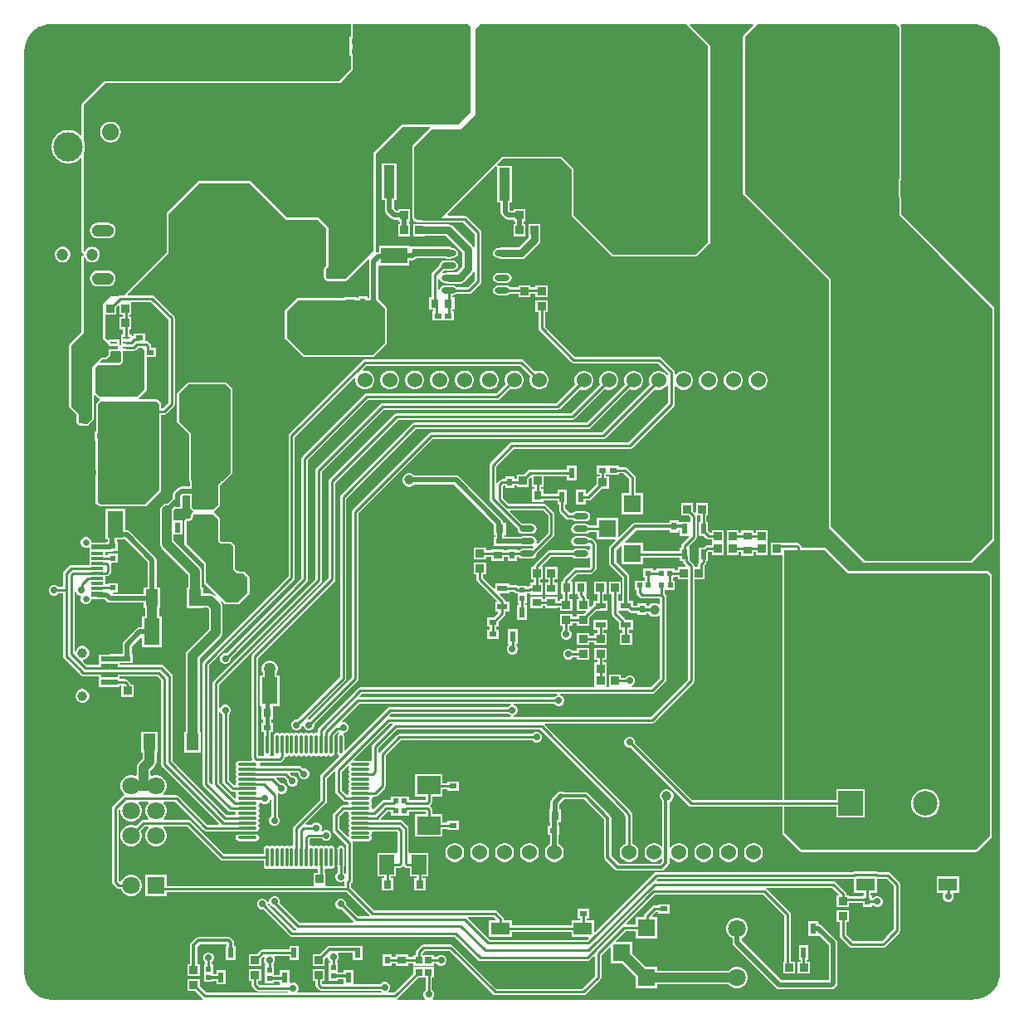
<source format=gtl>
G04*
G04 #@! TF.GenerationSoftware,Altium Limited,Altium Designer,23.3.1 (30)*
G04*
G04 Layer_Physical_Order=1*
G04 Layer_Color=255*
%FSLAX25Y25*%
%MOIN*%
G70*
G04*
G04 #@! TF.SameCoordinates,A0E3A479-A048-482A-A5C8-966E8189681F*
G04*
G04*
G04 #@! TF.FilePolarity,Positive*
G04*
G01*
G75*
%ADD10C,0.01181*%
%ADD11C,0.01000*%
%ADD19R,0.17717X0.06496*%
%ADD20R,0.03543X0.03150*%
%ADD21O,0.05984X0.02362*%
%ADD22R,0.03150X0.03543*%
%ADD23R,0.06201X0.02646*%
%ADD24R,0.02677X0.01102*%
%ADD25R,0.04921X0.06693*%
%ADD26O,0.01181X0.07874*%
%ADD27O,0.07874X0.01181*%
%ADD28R,0.02362X0.03937*%
%ADD29R,0.02362X0.04213*%
%ADD30R,0.03937X0.02362*%
%ADD31R,0.04213X0.02362*%
%ADD32R,0.02953X0.02756*%
%ADD33R,0.07480X0.05118*%
%ADD34R,0.09449X0.07480*%
%ADD35R,0.05906X0.07874*%
%ADD36R,0.33465X0.31496*%
%ADD37R,0.41600X0.28270*%
%ADD38R,0.04465X0.13223*%
%ADD39R,0.06496X0.17717*%
%ADD40R,0.07480X0.05709*%
%ADD41R,0.06693X0.01968*%
%ADD42R,0.12677X0.07181*%
%ADD98R,0.06437X0.10630*%
%ADD99R,0.03111X0.02126*%
%ADD100R,0.10630X0.06437*%
%ADD101R,0.03175X0.03402*%
%ADD102R,0.02126X0.03111*%
%ADD103R,0.02227X0.02126*%
%ADD104R,0.11055X0.05049*%
%ADD105R,0.03402X0.03175*%
%ADD106R,0.02126X0.02227*%
%ADD107R,0.04528X0.01181*%
%ADD108R,0.04528X0.02362*%
%ADD109C,0.03150*%
%ADD110C,0.01968*%
%ADD111C,0.03937*%
%ADD112C,0.01575*%
%ADD113C,0.06000*%
%ADD114C,0.09843*%
%ADD115R,0.09843X0.09843*%
%ADD116R,0.06693X0.07000*%
%ADD117C,0.06693*%
%ADD118C,0.11811*%
%ADD119C,0.09252*%
%ADD120O,0.08661X0.04724*%
%ADD121C,0.04724*%
%ADD122R,0.07087X0.07087*%
%ADD123C,0.07087*%
%ADD124O,0.07087X0.03937*%
%ADD125O,0.08268X0.03937*%
%ADD126C,0.02559*%
%ADD127C,0.03937*%
%ADD128C,0.47244*%
%ADD129C,0.02756*%
%ADD130C,0.03937*%
%ADD131C,0.05000*%
%ADD132C,0.19685*%
G36*
X275590Y-9843D02*
Y-88583D01*
X270669Y-93504D01*
X237205D01*
X221457Y-77756D01*
Y-59055D01*
X216535Y-54134D01*
X192913D01*
X167323Y-79724D01*
X158731D01*
X157480Y-78474D01*
Y-50197D01*
X164370Y-43307D01*
X176181D01*
X182087Y-37402D01*
X182087Y-2953D01*
X184055Y-984D01*
X266732D01*
X275590Y-9843D01*
D02*
G37*
G36*
X180118Y-1969D02*
Y-36417D01*
X175197Y-41339D01*
X152559D01*
X141240Y-52658D01*
Y-92028D01*
X129921Y-103347D01*
X122695D01*
X122047Y-102699D01*
Y-99410D01*
X123031Y-98425D01*
Y-82677D01*
X119095Y-78740D01*
X106299D01*
X91535Y-63976D01*
X70866D01*
X58071Y-76772D01*
X58071Y-92520D01*
X40748Y-109843D01*
X39452D01*
X38949Y-109942D01*
X38524Y-110227D01*
X38514Y-110236D01*
X35433D01*
X32480Y-113189D01*
Y-127374D01*
X34724Y-129618D01*
Y-130276D01*
X38545D01*
X38546Y-130278D01*
Y-131468D01*
X38478Y-131535D01*
X34724D01*
Y-132107D01*
X34704Y-132128D01*
X34704Y-133603D01*
X33465Y-134843D01*
X31608D01*
X28016Y-138434D01*
Y-159497D01*
X26061Y-161453D01*
X23248Y-161412D01*
X22657Y-160812D01*
Y-157598D01*
X22466D01*
Y-157309D01*
X19685Y-154528D01*
Y-129921D01*
X24606Y-125000D01*
Y-94705D01*
X25106Y-94605D01*
X25308Y-95092D01*
X25813Y-95750D01*
X26471Y-96255D01*
X27237Y-96573D01*
X28059Y-96681D01*
X28881Y-96573D01*
X29648Y-96255D01*
X30306Y-95750D01*
X30810Y-95092D01*
X31128Y-94326D01*
X31236Y-93504D01*
X31128Y-92682D01*
X30810Y-91916D01*
X30306Y-91258D01*
X29648Y-90753D01*
X28881Y-90435D01*
X28059Y-90327D01*
X27237Y-90435D01*
X26471Y-90753D01*
X25813Y-91258D01*
X25308Y-91916D01*
X25106Y-92403D01*
X24606Y-92303D01*
Y-53030D01*
X24745Y-52771D01*
X25128Y-51509D01*
X25257Y-50197D01*
X25128Y-48885D01*
X24745Y-47623D01*
X24606Y-47364D01*
Y-33465D01*
X33465Y-24606D01*
X127692D01*
X129660Y-22638D01*
X130118D01*
Y-22180D01*
X132874Y-19424D01*
Y-984D01*
X179134D01*
X180118Y-1969D01*
D02*
G37*
G36*
X181758Y-100634D02*
Y-103787D01*
X178964Y-106581D01*
X174601D01*
X174530Y-106474D01*
X173879Y-106039D01*
X173111Y-105886D01*
X169489D01*
X168720Y-106039D01*
X168069Y-106474D01*
X167634Y-107125D01*
X167561Y-107492D01*
X167061Y-107442D01*
Y-103345D01*
X167561Y-103295D01*
X167634Y-103662D01*
X168069Y-104313D01*
X168720Y-104748D01*
X169489Y-104901D01*
X170052D01*
X170378Y-105119D01*
X171300Y-105302D01*
X175650D01*
X176572Y-105119D01*
X177353Y-104597D01*
X180837Y-101112D01*
X181258Y-100482D01*
X181758Y-100634D01*
D02*
G37*
G36*
X145669Y-115157D02*
Y-128937D01*
X140748Y-133858D01*
X113189D01*
X106299Y-126969D01*
Y-116142D01*
X110628Y-111813D01*
X110775Y-111823D01*
X110794Y-111821D01*
X110812Y-111825D01*
X110988Y-111829D01*
X110997Y-111828D01*
X111007Y-111829D01*
X118307D01*
X118317Y-111828D01*
X118326Y-111829D01*
X118501Y-111825D01*
X118520Y-111821D01*
X118539Y-111823D01*
X118713Y-111811D01*
X118732Y-111806D01*
X118751Y-111807D01*
X118925Y-111787D01*
X118943Y-111781D01*
X118962Y-111782D01*
X119022Y-111772D01*
X142284D01*
X145669Y-115157D01*
D02*
G37*
G36*
X38964Y-114153D02*
Y-117646D01*
X40577D01*
Y-118575D01*
X38964D01*
Y-123551D01*
X40577D01*
Y-125630D01*
X39764D01*
Y-129643D01*
X39358Y-129902D01*
X38976Y-129596D01*
Y-127599D01*
X34724D01*
Y-127829D01*
X34262Y-128020D01*
X33283Y-127041D01*
Y-117646D01*
X37782D01*
Y-114681D01*
X38502Y-113961D01*
X38964Y-114153D01*
D02*
G37*
G36*
X39609Y-132574D02*
Y-136421D01*
X39037Y-136993D01*
X31247D01*
X31055Y-136530D01*
X31941Y-135645D01*
X33465D01*
X33772Y-135584D01*
X34032Y-135410D01*
X34032Y-135410D01*
X35271Y-134171D01*
X35445Y-133911D01*
X35507Y-133603D01*
X35507Y-132692D01*
X35860Y-132338D01*
X38478D01*
X38478Y-132338D01*
X38513Y-132332D01*
X38976Y-132244D01*
D01*
X39128Y-132200D01*
X39609Y-132574D01*
D02*
G37*
G36*
X49168Y-131845D02*
Y-132311D01*
X49193Y-132438D01*
Y-134724D01*
X49213D01*
Y-147638D01*
X46222Y-150628D01*
X31049D01*
X29516Y-149096D01*
Y-138791D01*
X30512Y-137795D01*
X39370D01*
X40412Y-136753D01*
Y-132244D01*
X44016D01*
Y-132167D01*
X44825D01*
X45327Y-132067D01*
X45753Y-131782D01*
X46630Y-130905D01*
X48228D01*
X49168Y-131845D01*
D02*
G37*
G36*
X58727Y-119638D02*
Y-153000D01*
X56543Y-155183D01*
X55921D01*
Y-153543D01*
X55921Y-153543D01*
X55860Y-153236D01*
X55686Y-152976D01*
X54702Y-151991D01*
X54441Y-151817D01*
X54134Y-151756D01*
X46851D01*
X46700Y-151256D01*
X46790Y-151196D01*
X46790Y-151196D01*
X49780Y-148205D01*
X49954Y-147945D01*
X50015Y-147638D01*
Y-134724D01*
X53879D01*
Y-131024D01*
X51793D01*
Y-130144D01*
X51693Y-129642D01*
X51409Y-129216D01*
X50823Y-128630D01*
X50397Y-128345D01*
X49895Y-128245D01*
X49587D01*
Y-125118D01*
X44901D01*
Y-126150D01*
X44443Y-126369D01*
X44016Y-126141D01*
Y-125630D01*
X43202D01*
Y-123551D01*
X43714D01*
Y-118575D01*
X43202D01*
Y-117646D01*
X43714D01*
Y-112669D01*
X44130Y-112468D01*
X51556D01*
X58727Y-119638D01*
D02*
G37*
G36*
X55118Y-153543D02*
Y-187992D01*
X49213Y-193898D01*
X31496D01*
X30512Y-192913D01*
Y-153596D01*
X31549Y-152559D01*
X54134D01*
X55118Y-153543D01*
D02*
G37*
G36*
X352362Y-2111D02*
Y-63110D01*
X351988D01*
Y-66811D01*
X351988D01*
Y-67047D01*
X351988D01*
Y-70748D01*
X352362D01*
Y-77756D01*
X368110Y-93504D01*
X389764Y-115157D01*
X389764Y-207677D01*
X380906Y-216535D01*
X338583D01*
X324803Y-202756D01*
X324803Y-103347D01*
X290354Y-68898D01*
Y-5906D01*
X295276Y-984D01*
X351235D01*
X352362Y-2111D01*
D02*
G37*
G36*
X383596Y-1036D02*
X385261Y-1436D01*
X386842Y-2091D01*
X388302Y-2986D01*
X389603Y-4097D01*
X390715Y-5399D01*
X391610Y-6859D01*
X392265Y-8440D01*
X392664Y-10104D01*
X392798Y-11807D01*
X392798Y-11811D01*
Y-381890D01*
X392798Y-381893D01*
X392664Y-383596D01*
X392265Y-385261D01*
X391610Y-386842D01*
X390715Y-388302D01*
X389603Y-389603D01*
X388302Y-390715D01*
X386842Y-391610D01*
X385261Y-392265D01*
X383596Y-392664D01*
X382374Y-392760D01*
X381890Y-392798D01*
Y-392798D01*
X165106D01*
X164899Y-392298D01*
X165222Y-391975D01*
X165551Y-391179D01*
Y-390317D01*
X165222Y-389522D01*
X164612Y-388912D01*
X164600Y-388907D01*
Y-384016D01*
X165453D01*
Y-379685D01*
X157185D01*
Y-382159D01*
X149305Y-390040D01*
X147141D01*
X147098Y-389969D01*
X146987Y-389540D01*
X147505Y-389022D01*
X147835Y-388226D01*
Y-387365D01*
X147505Y-386569D01*
X146896Y-385960D01*
X146100Y-385630D01*
X145239D01*
X144443Y-385960D01*
X143920Y-386483D01*
X133071D01*
Y-380905D01*
X129134D01*
Y-381924D01*
X126850D01*
Y-378020D01*
X126313D01*
Y-377496D01*
X126836Y-376973D01*
X127165Y-376177D01*
Y-375316D01*
X126859Y-374577D01*
X127046Y-374077D01*
X132874D01*
Y-376968D01*
X136811D01*
Y-371181D01*
X132874D01*
Y-371267D01*
X123479D01*
X122941Y-371374D01*
X122485Y-371678D01*
X119596Y-374568D01*
X116606D01*
Y-379318D01*
X121583D01*
Y-376555D01*
X122335Y-375803D01*
X122835Y-376010D01*
Y-376177D01*
X123164Y-376973D01*
X123687Y-377496D01*
Y-378020D01*
X123150D01*
Y-381822D01*
Y-385230D01*
X126850D01*
Y-384734D01*
X129134D01*
Y-386483D01*
X120623D01*
X120407Y-386267D01*
Y-385249D01*
X121583D01*
Y-380499D01*
X116606D01*
Y-385249D01*
X117782D01*
Y-386811D01*
X117882Y-387313D01*
X118166Y-387739D01*
X119151Y-388723D01*
X119576Y-389008D01*
X120079Y-389108D01*
X143920D01*
X144351Y-389540D01*
X144241Y-389969D01*
X144198Y-390040D01*
X110740D01*
X110548Y-389578D01*
X110681Y-389445D01*
X111011Y-388649D01*
Y-387787D01*
X110681Y-386992D01*
X110072Y-386382D01*
X109276Y-386053D01*
X108415D01*
X107980Y-386233D01*
X107480Y-385899D01*
Y-380905D01*
X103543D01*
Y-382909D01*
X101260D01*
Y-379005D01*
X101143D01*
X100936Y-378505D01*
X101245Y-378195D01*
X101575Y-377399D01*
Y-376538D01*
X101305Y-375887D01*
X101543Y-375387D01*
X107283D01*
Y-376968D01*
X111221D01*
Y-371181D01*
X107283D01*
Y-372762D01*
X96486D01*
X95984Y-372862D01*
X95558Y-373146D01*
X94136Y-374568D01*
X91016D01*
Y-379318D01*
X95992D01*
Y-376424D01*
X96824Y-375593D01*
X97115Y-375632D01*
X97404Y-376152D01*
X97244Y-376538D01*
Y-377399D01*
X97574Y-378195D01*
X97883Y-378505D01*
X97676Y-379005D01*
X97559D01*
Y-382806D01*
Y-386214D01*
X101260D01*
Y-385718D01*
X103543D01*
Y-386692D01*
X103131Y-386905D01*
X95455D01*
X94817Y-386267D01*
Y-385249D01*
X95992D01*
Y-380499D01*
X91016D01*
Y-385249D01*
X92191D01*
Y-386811D01*
X92291Y-387313D01*
X92576Y-387739D01*
X93983Y-389146D01*
X94409Y-389431D01*
X94911Y-389531D01*
X106621D01*
X106627Y-389540D01*
X106360Y-390040D01*
X73957D01*
X71386Y-387468D01*
Y-384462D01*
X66409D01*
Y-389212D01*
X69416D01*
X72485Y-392281D01*
X72511Y-392298D01*
X72359Y-392798D01*
X11799D01*
X10104Y-392664D01*
X8440Y-392265D01*
X6859Y-391610D01*
X5399Y-390715D01*
X4097Y-389603D01*
X2986Y-388302D01*
X2091Y-386842D01*
X1436Y-385261D01*
X1036Y-383596D01*
X903Y-381893D01*
X903Y-381890D01*
Y-11811D01*
X903Y-11807D01*
X1036Y-10104D01*
X1436Y-8440D01*
X2091Y-6859D01*
X2986Y-5399D01*
X4097Y-4097D01*
X5399Y-2986D01*
X6859Y-2091D01*
X8440Y-1436D01*
X10104Y-1036D01*
X11807Y-903D01*
X11811Y-903D01*
X132005D01*
X132071Y-984D01*
Y-6024D01*
X131516D01*
Y-9724D01*
X131516D01*
Y-9961D01*
X131516D01*
Y-13661D01*
X132071D01*
Y-19091D01*
X129550Y-21612D01*
X129376Y-21873D01*
X129373Y-21892D01*
X129353Y-21896D01*
X129093Y-22070D01*
X129092Y-22070D01*
X127359Y-23803D01*
X33465D01*
X33465Y-23803D01*
X33157Y-23865D01*
X32897Y-24039D01*
X32897Y-24039D01*
X24039Y-32897D01*
X23865Y-33157D01*
X23803Y-33465D01*
Y-45297D01*
X23303Y-45504D01*
X22798Y-44998D01*
X21702Y-44266D01*
X20484Y-43761D01*
X19191Y-43504D01*
X17872D01*
X16579Y-43761D01*
X15361Y-44266D01*
X14265Y-44998D01*
X13333Y-45930D01*
X12600Y-47027D01*
X12096Y-48245D01*
X11839Y-49538D01*
Y-50856D01*
X12096Y-52149D01*
X12600Y-53367D01*
X13333Y-54463D01*
X14265Y-55396D01*
X15361Y-56128D01*
X16579Y-56633D01*
X17872Y-56890D01*
X19191D01*
X20484Y-56633D01*
X21702Y-56128D01*
X22798Y-55396D01*
X23303Y-54890D01*
X23803Y-55097D01*
Y-92303D01*
X23819Y-92381D01*
Y-92460D01*
X23849Y-92533D01*
X23865Y-92611D01*
X23909Y-92676D01*
X23939Y-92749D01*
X23995Y-92805D01*
X24039Y-92871D01*
X24104Y-92915D01*
X24160Y-92971D01*
X24233Y-93001D01*
X24299Y-93045D01*
X24377Y-93060D01*
X24450Y-93091D01*
X24910Y-93182D01*
Y-93826D01*
X24450Y-93917D01*
X24377Y-93947D01*
X24299Y-93963D01*
X24233Y-94007D01*
X24160Y-94037D01*
X24104Y-94093D01*
X24039Y-94137D01*
X23995Y-94203D01*
X23939Y-94258D01*
X23909Y-94332D01*
X23865Y-94397D01*
X23849Y-94475D01*
X23819Y-94548D01*
Y-94627D01*
X23803Y-94705D01*
Y-124668D01*
X19117Y-129354D01*
X18943Y-129614D01*
X18882Y-129921D01*
Y-154527D01*
X18882Y-154528D01*
X18943Y-154835D01*
X19117Y-155095D01*
X19616Y-155594D01*
Y-155709D01*
X19731D01*
X21674Y-157652D01*
X21724Y-157906D01*
X21854Y-158100D01*
Y-160812D01*
X21884Y-160963D01*
X21913Y-161114D01*
X21915Y-161117D01*
X21915Y-161119D01*
X22001Y-161248D01*
X22085Y-161376D01*
X22676Y-161976D01*
X22803Y-162062D01*
X22930Y-162149D01*
X22933Y-162150D01*
X22936Y-162151D01*
X23086Y-162182D01*
X23237Y-162215D01*
X26049Y-162256D01*
X26055Y-162254D01*
X26061Y-162256D01*
X26209Y-162226D01*
X26357Y-162199D01*
X26362Y-162196D01*
X26368Y-162195D01*
X26494Y-162111D01*
X26620Y-162029D01*
X26624Y-162024D01*
X26629Y-162020D01*
X28584Y-160065D01*
X28758Y-159805D01*
X28819Y-159497D01*
Y-150241D01*
X29319Y-150034D01*
X30481Y-151196D01*
X30741Y-151370D01*
X30949Y-151411D01*
X31060Y-151682D01*
X31071Y-151931D01*
X30981Y-151991D01*
X30437Y-152535D01*
X30276D01*
Y-152697D01*
X29944Y-153028D01*
X29770Y-153289D01*
X29709Y-153596D01*
Y-164488D01*
X29153D01*
Y-168189D01*
X29459D01*
Y-180315D01*
X29709D01*
Y-181890D01*
X29459D01*
Y-194095D01*
X30558D01*
X30928Y-194465D01*
X30928Y-194465D01*
X31189Y-194639D01*
X31496Y-194701D01*
X49213D01*
X49213Y-194701D01*
X49520Y-194639D01*
X49780Y-194465D01*
X49780Y-194465D01*
X55686Y-188560D01*
X55860Y-188299D01*
X55921Y-187992D01*
Y-157809D01*
X57087D01*
X57589Y-157709D01*
X58015Y-157424D01*
X60967Y-154472D01*
X61252Y-154046D01*
X61352Y-153543D01*
Y-119095D01*
X61252Y-118592D01*
X60967Y-118166D01*
X53028Y-110227D01*
X52602Y-109942D01*
X52100Y-109843D01*
X42537D01*
X42345Y-109380D01*
X58639Y-93087D01*
X58813Y-92827D01*
X58874Y-92520D01*
X58874Y-77104D01*
X71199Y-64779D01*
X91203D01*
X105731Y-79308D01*
X105992Y-79482D01*
X106299Y-79543D01*
X118762D01*
X122229Y-83010D01*
Y-98093D01*
X121479Y-98842D01*
X121306Y-99102D01*
X121244Y-99410D01*
Y-102699D01*
X121306Y-103006D01*
X121479Y-103267D01*
X121480Y-103267D01*
X121531Y-103318D01*
Y-103488D01*
X121701D01*
X122127Y-103914D01*
X122388Y-104088D01*
X122695Y-104149D01*
X129921D01*
X130228Y-104088D01*
X130489Y-103914D01*
X130489Y-103914D01*
X139150Y-95253D01*
X139174Y-95263D01*
X139562Y-95548D01*
X139447Y-96127D01*
Y-110969D01*
X138661D01*
Y-110217D01*
X134961D01*
Y-110969D01*
X134449D01*
Y-110432D01*
X129331D01*
Y-110969D01*
X119022D01*
X118973Y-110979D01*
X118970Y-110979D01*
X118951Y-110982D01*
X118891Y-110980D01*
X118831Y-110990D01*
X118657Y-111010D01*
X118482Y-111022D01*
X118307Y-111027D01*
X111007D01*
X110832Y-111022D01*
X110684Y-111012D01*
X110656Y-111016D01*
X110628Y-111010D01*
X110502Y-111035D01*
X110374Y-111051D01*
X110349Y-111066D01*
X110321Y-111071D01*
X110214Y-111143D01*
X110102Y-111207D01*
X110084Y-111229D01*
X110060Y-111245D01*
X105731Y-115574D01*
X105558Y-115834D01*
X105496Y-116142D01*
Y-126969D01*
X105496Y-126969D01*
X105558Y-127276D01*
X105731Y-127536D01*
X105731Y-127536D01*
X112621Y-134426D01*
X112882Y-134600D01*
X113189Y-134661D01*
X140748D01*
X141055Y-134600D01*
X141316Y-134426D01*
X141316Y-134426D01*
X146237Y-129505D01*
X146411Y-129244D01*
X146472Y-128937D01*
Y-115157D01*
X146472Y-115157D01*
X146411Y-114850D01*
X146237Y-114590D01*
X146237Y-114590D01*
X143060Y-111413D01*
Y-98382D01*
X143303Y-97983D01*
X155507D01*
Y-95783D01*
X156811D01*
X157502Y-95645D01*
X158088Y-95254D01*
X158422Y-94920D01*
X158465Y-94928D01*
X170093D01*
X170378Y-95119D01*
X171300Y-95302D01*
X172221Y-95119D01*
X172548Y-94901D01*
X173111D01*
X173879Y-94748D01*
X174530Y-94313D01*
X174965Y-93662D01*
X175118Y-92893D01*
X174965Y-92125D01*
X174530Y-91474D01*
X173879Y-91039D01*
X173111Y-90886D01*
X172699D01*
X172629Y-90817D01*
X171847Y-90294D01*
X170926Y-90111D01*
X158465D01*
X158232Y-90158D01*
X155905D01*
X155507Y-89971D01*
Y-89971D01*
X143303D01*
Y-92519D01*
X143056D01*
X142369Y-92655D01*
X142341Y-92636D01*
X142054Y-92396D01*
X141987Y-92307D01*
X142043Y-92028D01*
Y-52990D01*
X152892Y-42141D01*
X163826D01*
X163949Y-42641D01*
X163802Y-42739D01*
X163802Y-42739D01*
X156913Y-49629D01*
X156739Y-49890D01*
X156677Y-50197D01*
Y-78474D01*
X156677Y-78474D01*
X156739Y-78781D01*
X156913Y-79041D01*
X157099Y-79228D01*
Y-80244D01*
X158115D01*
X158163Y-80292D01*
X158424Y-80466D01*
X158731Y-80527D01*
X167323D01*
X167376Y-80517D01*
X177085D01*
X181758Y-85189D01*
Y-90311D01*
X181258Y-90463D01*
X180837Y-89832D01*
X172963Y-81958D01*
X172181Y-81436D01*
X171260Y-81253D01*
X161849D01*
Y-81173D01*
X157099D01*
Y-83493D01*
X157066Y-83661D01*
X157099Y-83830D01*
Y-86150D01*
X161849D01*
Y-86070D01*
X170262D01*
X176725Y-92533D01*
Y-98412D01*
X174652Y-100485D01*
X171300D01*
X170378Y-100668D01*
X170052Y-100886D01*
X169489D01*
X168952Y-100993D01*
X168706Y-100532D01*
X169363Y-99876D01*
X169489Y-99901D01*
X173111D01*
X173879Y-99748D01*
X174530Y-99313D01*
X174965Y-98662D01*
X175118Y-97894D01*
X174965Y-97125D01*
X174530Y-96474D01*
X173879Y-96039D01*
X173111Y-95886D01*
X169489D01*
X168720Y-96039D01*
X168069Y-96474D01*
X167634Y-97125D01*
X167482Y-97894D01*
X167507Y-98019D01*
X164821Y-100705D01*
X164536Y-101131D01*
X164436Y-101633D01*
Y-110630D01*
X163387D01*
Y-115748D01*
X165163D01*
Y-116260D01*
X164625D01*
Y-119961D01*
X173602D01*
Y-116260D01*
X172612D01*
Y-115748D01*
X173622D01*
Y-110630D01*
X172612D01*
Y-109901D01*
X173111D01*
X173879Y-109748D01*
X174530Y-109313D01*
X174601Y-109206D01*
X179508D01*
X180010Y-109106D01*
X180436Y-108822D01*
X183999Y-105259D01*
X184284Y-104833D01*
X184383Y-104331D01*
Y-84646D01*
X184284Y-84143D01*
X183999Y-83718D01*
X178557Y-78276D01*
X178131Y-77991D01*
X177629Y-77891D01*
X170945D01*
X170753Y-77429D01*
X190220Y-57962D01*
X190720Y-58169D01*
X190720Y-58171D01*
X190720D01*
X190720Y-58208D01*
Y-72641D01*
X192260D01*
Y-76603D01*
X192398Y-77294D01*
X192789Y-77880D01*
X193942Y-79033D01*
X194528Y-79425D01*
X195220Y-79562D01*
X197415D01*
Y-80244D01*
X197984D01*
Y-81173D01*
X197415D01*
Y-86150D01*
X202165D01*
Y-81173D01*
X201597D01*
Y-80244D01*
X202165D01*
Y-75268D01*
X197415D01*
Y-75950D01*
X195968D01*
X195873Y-75855D01*
Y-72641D01*
X196760D01*
Y-57844D01*
X191085Y-57844D01*
X191048D01*
X191048D01*
X191046Y-57844D01*
X191026Y-57796D01*
X190839Y-57344D01*
X193246Y-54937D01*
X216203D01*
X220654Y-59388D01*
Y-77756D01*
X220654Y-77756D01*
X220715Y-78063D01*
X220889Y-78324D01*
X220889Y-78324D01*
X236637Y-94072D01*
X236897Y-94246D01*
X237205Y-94307D01*
X270669D01*
X270976Y-94246D01*
X271237Y-94072D01*
X271237Y-94072D01*
X276158Y-89150D01*
X276332Y-88890D01*
X276393Y-88583D01*
Y-9843D01*
X276332Y-9535D01*
X276158Y-9275D01*
X268249Y-1365D01*
X268440Y-903D01*
X293568D01*
X293759Y-1365D01*
X289787Y-5338D01*
X289613Y-5598D01*
X289551Y-5906D01*
Y-68898D01*
X289551Y-68898D01*
X289613Y-69205D01*
X289787Y-69465D01*
X324000Y-103679D01*
X324000Y-202756D01*
X324000Y-202756D01*
X324061Y-203063D01*
X324235Y-203324D01*
X338015Y-217103D01*
X338275Y-217277D01*
X338583Y-217338D01*
X380906D01*
X381213Y-217277D01*
X381473Y-217103D01*
X381473Y-217103D01*
X390331Y-208245D01*
X390506Y-207984D01*
X390567Y-207677D01*
X390567Y-115157D01*
X390506Y-114850D01*
X390332Y-114590D01*
X390331Y-114590D01*
X368678Y-92936D01*
X368678Y-92936D01*
X353165Y-77423D01*
Y-70748D01*
X353104Y-70441D01*
X352930Y-70180D01*
X352791Y-70087D01*
Y-67047D01*
X352791Y-67047D01*
Y-66811D01*
X352791Y-66811D01*
Y-63771D01*
X352930Y-63678D01*
X353104Y-63418D01*
X353165Y-63110D01*
Y-2111D01*
X353165Y-2111D01*
X353104Y-1804D01*
X352930Y-1543D01*
X352752Y-1365D01*
X352943Y-903D01*
X381890D01*
X381893Y-903D01*
X383596Y-1036D01*
D02*
G37*
G36*
X161975Y-389097D02*
X161550Y-389522D01*
X161221Y-390317D01*
Y-391179D01*
X161550Y-391975D01*
X161873Y-392298D01*
X161666Y-392798D01*
X150903D01*
X150751Y-392298D01*
X150777Y-392281D01*
X159041Y-384016D01*
X161975D01*
Y-389097D01*
D02*
G37*
%LPC*%
G36*
X35539Y-40122D02*
X34460Y-40264D01*
X33455Y-40680D01*
X32591Y-41343D01*
X31929Y-42207D01*
X31512Y-43212D01*
X31370Y-44291D01*
X31512Y-45371D01*
X31929Y-46376D01*
X32591Y-47240D01*
X33455Y-47902D01*
X34460Y-48319D01*
X35539Y-48461D01*
X36619Y-48319D01*
X37624Y-47902D01*
X38488Y-47240D01*
X39150Y-46376D01*
X39567Y-45371D01*
X39709Y-44291D01*
X39567Y-43212D01*
X39150Y-42207D01*
X38488Y-41343D01*
X37624Y-40680D01*
X36619Y-40264D01*
X35539Y-40122D01*
D02*
G37*
G36*
X34358Y-80682D02*
X30421D01*
X29599Y-80790D01*
X28833Y-81107D01*
X28175Y-81612D01*
X27670Y-82270D01*
X27353Y-83036D01*
X27244Y-83858D01*
X27353Y-84681D01*
X27670Y-85447D01*
X28175Y-86105D01*
X28833Y-86610D01*
X29599Y-86927D01*
X30421Y-87035D01*
X34358D01*
X35181Y-86927D01*
X35947Y-86610D01*
X36605Y-86105D01*
X37110Y-85447D01*
X37427Y-84681D01*
X37535Y-83858D01*
X37427Y-83036D01*
X37110Y-82270D01*
X36605Y-81612D01*
X35947Y-81107D01*
X35181Y-80790D01*
X34358Y-80682D01*
D02*
G37*
G36*
Y-99973D02*
X30421D01*
X29599Y-100081D01*
X28833Y-100399D01*
X28175Y-100903D01*
X27670Y-101561D01*
X27353Y-102327D01*
X27244Y-103150D01*
X27353Y-103972D01*
X27670Y-104738D01*
X28175Y-105396D01*
X28833Y-105901D01*
X29599Y-106218D01*
X30421Y-106326D01*
X34358D01*
X35181Y-106218D01*
X35947Y-105901D01*
X36605Y-105396D01*
X37110Y-104738D01*
X37427Y-103972D01*
X37535Y-103150D01*
X37427Y-102327D01*
X37110Y-101561D01*
X36605Y-100903D01*
X35947Y-100399D01*
X35181Y-100081D01*
X34358Y-99973D01*
D02*
G37*
%LPD*%
G36*
X36409Y-41046D02*
X37219Y-41382D01*
X37915Y-41916D01*
X38449Y-42612D01*
X38785Y-43422D01*
X38899Y-44291D01*
X38785Y-45161D01*
X38449Y-45971D01*
X37915Y-46667D01*
X37219Y-47201D01*
X36409Y-47537D01*
X35539Y-47651D01*
X34670Y-47537D01*
X33860Y-47201D01*
X33164Y-46667D01*
X32630Y-45971D01*
X32294Y-45161D01*
X32180Y-44291D01*
X32294Y-43422D01*
X32630Y-42612D01*
X33164Y-41916D01*
X33860Y-41382D01*
X34670Y-41046D01*
X35539Y-40932D01*
X36409Y-41046D01*
D02*
G37*
G36*
X34971Y-81572D02*
X35542Y-81808D01*
X36032Y-82185D01*
X36408Y-82675D01*
X36645Y-83246D01*
X36725Y-83858D01*
X36645Y-84471D01*
X36408Y-85042D01*
X36032Y-85532D01*
X35542Y-85908D01*
X34971Y-86145D01*
X34306Y-86232D01*
X30474D01*
X29809Y-86145D01*
X29238Y-85908D01*
X28748Y-85532D01*
X28371Y-85042D01*
X28135Y-84471D01*
X28054Y-83858D01*
X28135Y-83246D01*
X28371Y-82675D01*
X28748Y-82185D01*
X29238Y-81808D01*
X29809Y-81572D01*
X30474Y-81484D01*
X34306D01*
X34971Y-81572D01*
D02*
G37*
G36*
Y-100863D02*
X35542Y-101100D01*
X36032Y-101476D01*
X36408Y-101966D01*
X36645Y-102537D01*
X36725Y-103150D01*
X36645Y-103762D01*
X36408Y-104333D01*
X36032Y-104823D01*
X35542Y-105200D01*
X34971Y-105436D01*
X34306Y-105524D01*
X30474D01*
X29809Y-105436D01*
X29238Y-105200D01*
X28748Y-104823D01*
X28371Y-104333D01*
X28135Y-103762D01*
X28054Y-103150D01*
X28135Y-102537D01*
X28371Y-101966D01*
X28748Y-101476D01*
X29238Y-101100D01*
X29809Y-100863D01*
X30474Y-100776D01*
X34306D01*
X34971Y-100863D01*
D02*
G37*
%LPC*%
G36*
X150500Y-56859D02*
X144461D01*
Y-71657D01*
X145674D01*
Y-75630D01*
X145811Y-76321D01*
X146203Y-76907D01*
X148216Y-78920D01*
X148802Y-79312D01*
X149493Y-79449D01*
X151168D01*
Y-80244D01*
X151737D01*
Y-81173D01*
X151168D01*
Y-86150D01*
X155918D01*
Y-81173D01*
X155350D01*
Y-80244D01*
X155918D01*
Y-75268D01*
X151168D01*
Y-75836D01*
X150241D01*
X149287Y-74882D01*
Y-71657D01*
X150500D01*
Y-56859D01*
D02*
G37*
G36*
X208096Y-81173D02*
X203346D01*
Y-83493D01*
X203313Y-83661D01*
Y-86588D01*
X199416Y-90485D01*
X192874D01*
X191953Y-90668D01*
X191626Y-90886D01*
X191063D01*
X190295Y-91039D01*
X189644Y-91474D01*
X189209Y-92125D01*
X189056Y-92893D01*
X189209Y-93662D01*
X189644Y-94313D01*
X190295Y-94748D01*
X191063Y-94901D01*
X191626D01*
X191953Y-95119D01*
X192874Y-95302D01*
X200414D01*
X201335Y-95119D01*
X202117Y-94597D01*
X207424Y-89289D01*
X207947Y-88507D01*
X208130Y-87586D01*
Y-83661D01*
X208096Y-83493D01*
Y-81173D01*
D02*
G37*
G36*
X16663Y-90354D02*
X15834D01*
X15033Y-90569D01*
X14314Y-90984D01*
X13728Y-91570D01*
X13313Y-92288D01*
X13099Y-93089D01*
Y-93919D01*
X13313Y-94720D01*
X13728Y-95438D01*
X14314Y-96024D01*
X15033Y-96439D01*
X15834Y-96653D01*
X16663D01*
X17464Y-96439D01*
X18182Y-96024D01*
X18769Y-95438D01*
X19183Y-94720D01*
X19398Y-93919D01*
Y-93089D01*
X19183Y-92288D01*
X18769Y-91570D01*
X18182Y-90984D01*
X17464Y-90569D01*
X16663Y-90354D01*
D02*
G37*
G36*
X194685Y-100886D02*
X191063D01*
X190295Y-101039D01*
X189644Y-101474D01*
X189209Y-102125D01*
X189056Y-102893D01*
X189209Y-103662D01*
X189644Y-104313D01*
X190295Y-104748D01*
X191063Y-104901D01*
X194685D01*
X195454Y-104748D01*
X196105Y-104313D01*
X196540Y-103662D01*
X196693Y-102893D01*
X196540Y-102125D01*
X196105Y-101474D01*
X195454Y-101039D01*
X194685Y-100886D01*
D02*
G37*
G36*
X211150Y-105867D02*
X206173D01*
Y-106581D01*
X204260D01*
Y-105893D01*
X199283D01*
Y-106581D01*
X196176D01*
X196105Y-106474D01*
X195454Y-106039D01*
X194685Y-105886D01*
X191063D01*
X190295Y-106039D01*
X189644Y-106474D01*
X189209Y-107125D01*
X189056Y-107894D01*
X189209Y-108662D01*
X189644Y-109313D01*
X190295Y-109748D01*
X191063Y-109901D01*
X194685D01*
X195454Y-109748D01*
X196105Y-109313D01*
X196176Y-109206D01*
X199283D01*
Y-110643D01*
X204260D01*
Y-109206D01*
X206173D01*
Y-110617D01*
X211150D01*
Y-105867D01*
D02*
G37*
G36*
Y-111798D02*
X206173D01*
Y-116548D01*
X207349D01*
Y-123031D01*
X207449Y-123534D01*
X207733Y-123960D01*
X220529Y-136755D01*
X220954Y-137039D01*
X221457Y-137139D01*
X255362D01*
X259514Y-141292D01*
Y-142140D01*
X259014Y-142274D01*
X258700Y-141730D01*
X257995Y-141024D01*
X257131Y-140526D01*
X256168Y-140268D01*
X255171D01*
X254207Y-140526D01*
X253344Y-141024D01*
X252639Y-141730D01*
X252140Y-142593D01*
X251882Y-143556D01*
Y-144554D01*
X252140Y-145517D01*
X252217Y-145651D01*
X232842Y-165026D01*
X164370D01*
X163868Y-165126D01*
X163442Y-165410D01*
X132930Y-195922D01*
X132646Y-196348D01*
X132546Y-196850D01*
Y-263236D01*
X115466Y-280315D01*
X114965D01*
X114758Y-279815D01*
X129865Y-264708D01*
X130150Y-264282D01*
X130250Y-263779D01*
Y-191489D01*
X158024Y-163714D01*
X227323D01*
X227825Y-163614D01*
X228251Y-163330D01*
X244074Y-147507D01*
X244207Y-147584D01*
X245171Y-147843D01*
X246168D01*
X247131Y-147584D01*
X247995Y-147086D01*
X248700Y-146381D01*
X249199Y-145517D01*
X249457Y-144554D01*
Y-143556D01*
X249199Y-142593D01*
X248700Y-141730D01*
X247995Y-141024D01*
X247131Y-140526D01*
X246168Y-140268D01*
X245171D01*
X244207Y-140526D01*
X243344Y-141024D01*
X242639Y-141730D01*
X242140Y-142593D01*
X241882Y-143556D01*
Y-144554D01*
X242140Y-145517D01*
X242217Y-145651D01*
X226779Y-161089D01*
X157480D01*
X156978Y-161189D01*
X156552Y-161473D01*
X128009Y-190017D01*
X127724Y-190443D01*
X127624Y-190945D01*
Y-263236D01*
X110545Y-280315D01*
X109806D01*
X109010Y-280645D01*
X108400Y-281254D01*
X108071Y-282050D01*
Y-282911D01*
X108400Y-283707D01*
X109010Y-284316D01*
X109806Y-284646D01*
X110667D01*
X111463Y-284316D01*
X112072Y-283707D01*
X112402Y-282911D01*
Y-282584D01*
X112492Y-282524D01*
X112992Y-282791D01*
Y-282911D01*
X113322Y-283707D01*
X113931Y-284316D01*
X114727Y-284646D01*
X115588D01*
X116384Y-284316D01*
X116993Y-283707D01*
X117323Y-282911D01*
Y-282171D01*
X134786Y-264708D01*
X135071Y-264282D01*
X135171Y-263779D01*
Y-197394D01*
X164914Y-167651D01*
X233386D01*
X233888Y-167551D01*
X234314Y-167267D01*
X254074Y-147507D01*
X254207Y-147584D01*
X255171Y-147843D01*
X256168D01*
X257131Y-147584D01*
X257995Y-147086D01*
X258700Y-146381D01*
X259014Y-145836D01*
X259514Y-145970D01*
Y-153000D01*
X243551Y-168963D01*
X196850D01*
X196348Y-169063D01*
X195922Y-169347D01*
X188048Y-177221D01*
X187764Y-177647D01*
X187664Y-178150D01*
Y-191693D01*
X187764Y-192195D01*
X188048Y-192621D01*
X199041Y-203614D01*
X199016Y-203740D01*
X199169Y-204508D01*
X199604Y-205159D01*
X200255Y-205594D01*
X201024Y-205747D01*
X204646D01*
X205414Y-205594D01*
X206065Y-205159D01*
X206500Y-204508D01*
X206653Y-203740D01*
X206500Y-202972D01*
X206065Y-202321D01*
X205414Y-201886D01*
X204646Y-201733D01*
X201024D01*
X200898Y-201758D01*
X195796Y-196656D01*
X195988Y-196195D01*
X209102D01*
X211286Y-198378D01*
Y-205244D01*
X207007Y-209523D01*
X206546Y-209276D01*
X206653Y-208740D01*
X206500Y-207972D01*
X206065Y-207321D01*
X205414Y-206886D01*
X204646Y-206733D01*
X201024D01*
X200255Y-206886D01*
X200243Y-206894D01*
X194272D01*
Y-206811D01*
X193736D01*
Y-206299D01*
X194291D01*
Y-201181D01*
X193145D01*
Y-201116D01*
X193007Y-200425D01*
X192616Y-199839D01*
X175555Y-182778D01*
X174969Y-182386D01*
X174277Y-182249D01*
X157603D01*
X157204Y-181850D01*
X156576Y-181487D01*
X155875Y-181299D01*
X155149D01*
X154448Y-181487D01*
X153820Y-181850D01*
X153306Y-182363D01*
X152944Y-182991D01*
X152756Y-183692D01*
Y-184418D01*
X152944Y-185119D01*
X153306Y-185747D01*
X153820Y-186260D01*
X154448Y-186623D01*
X155149Y-186811D01*
X155875D01*
X156576Y-186623D01*
X157204Y-186260D01*
X157603Y-185862D01*
X173529D01*
X189532Y-201864D01*
Y-203150D01*
X189567Y-203324D01*
Y-206299D01*
X190123D01*
Y-206811D01*
X189586D01*
Y-210512D01*
X194272D01*
Y-210507D01*
X200125D01*
X200255Y-210594D01*
X201024Y-210747D01*
X204646D01*
X205182Y-210641D01*
X205428Y-211101D01*
X204771Y-211758D01*
X204646Y-211733D01*
X201024D01*
X200255Y-211886D01*
X199604Y-212321D01*
X199533Y-212427D01*
X198701D01*
Y-211869D01*
X195000D01*
Y-212427D01*
X193504D01*
Y-211850D01*
X188386D01*
Y-212427D01*
X186338D01*
Y-211306D01*
X181361D01*
Y-216056D01*
X186338D01*
Y-215053D01*
X188386D01*
Y-216574D01*
X193504D01*
Y-215053D01*
X195000D01*
Y-216555D01*
X198701D01*
Y-215053D01*
X199533D01*
X199604Y-215159D01*
X200255Y-215594D01*
X201024Y-215747D01*
X204646D01*
X205414Y-215594D01*
X206065Y-215159D01*
X206500Y-214508D01*
X206653Y-213740D01*
X206628Y-213614D01*
X213527Y-206716D01*
X213811Y-206290D01*
X213911Y-205787D01*
Y-197835D01*
X213811Y-197332D01*
X213527Y-196906D01*
X210574Y-193954D01*
X210148Y-193669D01*
X209646Y-193569D01*
X195426D01*
X193242Y-191385D01*
Y-186567D01*
X193457Y-186352D01*
X194016D01*
Y-187382D01*
X197717D01*
Y-186352D01*
X198800D01*
Y-186791D01*
X203550D01*
Y-183671D01*
X204231Y-182990D01*
X204731Y-183197D01*
Y-186791D01*
X205793D01*
Y-187649D01*
X204744D01*
Y-192767D01*
X209468D01*
Y-192257D01*
X214961D01*
Y-193839D01*
X215616D01*
Y-196260D01*
X215716Y-196762D01*
X216001Y-197188D01*
X218481Y-199668D01*
X218907Y-199953D01*
X219409Y-200053D01*
X221108D01*
X221179Y-200159D01*
X221830Y-200594D01*
X222598Y-200747D01*
X226220D01*
X226989Y-200594D01*
X227640Y-200159D01*
X228075Y-199508D01*
X228228Y-198740D01*
X228075Y-197972D01*
X227640Y-197321D01*
X226989Y-196886D01*
X226220Y-196733D01*
X222598D01*
X221830Y-196886D01*
X221179Y-197321D01*
X221108Y-197427D01*
X219953D01*
X218242Y-195716D01*
Y-193839D01*
X218898D01*
Y-188051D01*
X214961D01*
Y-189632D01*
X209468D01*
Y-187649D01*
X208419D01*
Y-186791D01*
X209481D01*
Y-182533D01*
X218701D01*
Y-184114D01*
X222638D01*
Y-178327D01*
X218701D01*
Y-179908D01*
X204144D01*
X203642Y-180008D01*
X203216Y-180292D01*
X201694Y-181814D01*
X198800D01*
Y-183727D01*
X197717D01*
Y-182697D01*
X194016D01*
Y-183727D01*
X192913D01*
X192411Y-183827D01*
X191985Y-184111D01*
X191001Y-185096D01*
X190789Y-185413D01*
X190289Y-185302D01*
Y-178693D01*
X197394Y-171588D01*
X244094D01*
X244597Y-171488D01*
X245023Y-171204D01*
X261755Y-154472D01*
X262039Y-154046D01*
X262139Y-153543D01*
Y-146516D01*
X262636Y-146381D01*
X262639Y-146381D01*
X263344Y-147086D01*
X264207Y-147584D01*
X265171Y-147843D01*
X266168D01*
X267131Y-147584D01*
X267995Y-147086D01*
X268700Y-146381D01*
X269199Y-145517D01*
X269457Y-144554D01*
Y-143556D01*
X269199Y-142593D01*
X268700Y-141730D01*
X267995Y-141024D01*
X267131Y-140526D01*
X266168Y-140268D01*
X265171D01*
X264207Y-140526D01*
X263344Y-141024D01*
X262639Y-141729D01*
X262636Y-141729D01*
X262139Y-141594D01*
Y-140748D01*
X262039Y-140246D01*
X261755Y-139820D01*
X256834Y-134899D01*
X256408Y-134614D01*
X255906Y-134514D01*
X222000D01*
X209974Y-122488D01*
Y-116548D01*
X211150D01*
Y-111798D01*
D02*
G37*
G36*
X200535Y-135498D02*
X137795D01*
X137293Y-135598D01*
X136867Y-135883D01*
X107340Y-165410D01*
X107055Y-165836D01*
X106955Y-166339D01*
Y-222882D01*
X72891Y-256946D01*
X72606Y-257372D01*
X72506Y-257874D01*
Y-306102D01*
X72606Y-306605D01*
X72891Y-307031D01*
X82733Y-316873D01*
X83159Y-317158D01*
X83661Y-317257D01*
X85430D01*
X85831Y-317758D01*
X85800Y-317913D01*
X85825Y-318037D01*
X85414Y-318537D01*
X82080D01*
X60399Y-296856D01*
Y-262983D01*
X60299Y-262480D01*
X60015Y-262054D01*
X56637Y-258676D01*
X56211Y-258392D01*
X55708Y-258292D01*
X39169D01*
Y-257699D01*
X39803D01*
Y-257756D01*
X44488D01*
Y-254055D01*
X43952D01*
Y-250926D01*
X47659Y-247218D01*
X48159Y-247425D01*
Y-251181D01*
X56171D01*
Y-238976D01*
X54945D01*
Y-235433D01*
X55413D01*
Y-227165D01*
X53972D01*
Y-216138D01*
X53834Y-215447D01*
X53443Y-214861D01*
X43229Y-204647D01*
X42643Y-204256D01*
X41952Y-204118D01*
X41339D01*
Y-195669D01*
X33327D01*
Y-207874D01*
X34434D01*
Y-208780D01*
X33897D01*
Y-209290D01*
X33276D01*
Y-209128D01*
X27685D01*
Y-208717D01*
X27370Y-207958D01*
X26789Y-207376D01*
X26029Y-207062D01*
X25207D01*
X24447Y-207376D01*
X23866Y-207958D01*
X23551Y-208717D01*
Y-209540D01*
X23866Y-210299D01*
X24447Y-210881D01*
X25207Y-211195D01*
X26029D01*
X26673Y-210929D01*
X27173Y-211149D01*
Y-215033D01*
Y-218248D01*
X19686D01*
X19184Y-218348D01*
X18758Y-218633D01*
X16861Y-220530D01*
X16577Y-220955D01*
X16477Y-221458D01*
Y-227034D01*
X14545D01*
X14022Y-226511D01*
X13226Y-226181D01*
X12365D01*
X11569Y-226511D01*
X10960Y-227120D01*
X10630Y-227916D01*
Y-228777D01*
X10960Y-229573D01*
X11569Y-230182D01*
X12365Y-230512D01*
X13226D01*
X14022Y-230182D01*
X14545Y-229659D01*
X16477D01*
Y-254796D01*
X16577Y-255298D01*
X16861Y-255724D01*
X22276Y-261139D01*
X22424Y-261361D01*
X23492Y-262428D01*
X23918Y-262713D01*
X24420Y-262813D01*
X24844D01*
X24850Y-262817D01*
X25352Y-262917D01*
X30902D01*
Y-267101D01*
X39169D01*
Y-266641D01*
X39935D01*
Y-271189D01*
X44685D01*
Y-266213D01*
X43599D01*
X43523Y-265831D01*
X43238Y-265406D01*
X42233Y-264401D01*
X41807Y-264116D01*
X41305Y-264016D01*
X39169D01*
Y-262917D01*
X54336D01*
X55774Y-264355D01*
Y-298228D01*
X55874Y-298731D01*
X56159Y-299156D01*
X79046Y-322044D01*
X78855Y-322506D01*
X74363D01*
X62936Y-311080D01*
X62510Y-310795D01*
X62008Y-310695D01*
X56815D01*
X56608Y-310195D01*
X57215Y-309588D01*
X57786Y-308601D01*
X58081Y-307499D01*
Y-306359D01*
X57786Y-305258D01*
X57215Y-304270D01*
X56409Y-303464D01*
X55422Y-302894D01*
X54320Y-302598D01*
X53180D01*
X52078Y-302894D01*
X51963Y-302960D01*
X51530Y-302710D01*
Y-300827D01*
X53147Y-299210D01*
X53588Y-298634D01*
X53866Y-297964D01*
X53961Y-297244D01*
Y-293504D01*
X54429D01*
Y-285236D01*
X47933D01*
Y-293504D01*
X48401D01*
Y-296093D01*
X46784Y-297710D01*
X46343Y-298285D01*
X46065Y-298956D01*
X45970Y-299675D01*
Y-302710D01*
X45537Y-302960D01*
X45422Y-302894D01*
X44320Y-302598D01*
X43180D01*
X42078Y-302894D01*
X41091Y-303464D01*
X40285Y-304270D01*
X39714Y-305258D01*
X39419Y-306359D01*
Y-307499D01*
X39714Y-308601D01*
X40285Y-309588D01*
X40958Y-310261D01*
X40850Y-310773D01*
X40836Y-310795D01*
X40410Y-311080D01*
X36473Y-315017D01*
X36189Y-315443D01*
X36089Y-315945D01*
Y-345472D01*
X36189Y-345975D01*
X36473Y-346401D01*
X37930Y-347857D01*
X38356Y-348142D01*
X38858Y-348242D01*
X39618D01*
X39714Y-348601D01*
X40285Y-349588D01*
X41091Y-350395D01*
X42078Y-350965D01*
X43180Y-351260D01*
X44320D01*
X45422Y-350965D01*
X46409Y-350395D01*
X47215Y-349588D01*
X47786Y-348601D01*
X48081Y-347499D01*
Y-346359D01*
X47786Y-345257D01*
X47215Y-344270D01*
X46409Y-343464D01*
X45422Y-342894D01*
X44320Y-342598D01*
X43180D01*
X42078Y-342894D01*
X41091Y-343464D01*
X40285Y-344270D01*
X39714Y-345257D01*
X39164Y-345379D01*
X38714Y-344929D01*
Y-316653D01*
X38919Y-316503D01*
X39419Y-316756D01*
Y-317499D01*
X39714Y-318601D01*
X40285Y-319588D01*
X41091Y-320394D01*
X42078Y-320965D01*
X43180Y-321260D01*
X44320D01*
X45422Y-320965D01*
X46409Y-320394D01*
X47215Y-319588D01*
X47786Y-318601D01*
X48081Y-317499D01*
Y-316359D01*
X47786Y-315258D01*
X47215Y-314270D01*
X46766Y-313821D01*
X46973Y-313320D01*
X50527D01*
X50734Y-313821D01*
X50285Y-314270D01*
X49714Y-315258D01*
X49419Y-316359D01*
Y-317499D01*
X49714Y-318601D01*
X50285Y-319588D01*
X50734Y-320038D01*
X50527Y-320538D01*
X48829D01*
X48326Y-320638D01*
X47901Y-320922D01*
X45743Y-323079D01*
X45422Y-322894D01*
X44320Y-322598D01*
X43180D01*
X42078Y-322894D01*
X41091Y-323464D01*
X40285Y-324270D01*
X39714Y-325257D01*
X39419Y-326359D01*
Y-327499D01*
X39714Y-328601D01*
X40285Y-329588D01*
X41091Y-330395D01*
X42078Y-330965D01*
X43180Y-331260D01*
X44320D01*
X45422Y-330965D01*
X46409Y-330395D01*
X47215Y-329588D01*
X47786Y-328601D01*
X48081Y-327499D01*
Y-326359D01*
X47786Y-325257D01*
X47600Y-324936D01*
X49372Y-323163D01*
X50684D01*
X50892Y-323663D01*
X50285Y-324270D01*
X49714Y-325257D01*
X49419Y-326359D01*
Y-327499D01*
X49714Y-328601D01*
X50285Y-329588D01*
X51091Y-330395D01*
X52078Y-330965D01*
X53180Y-331260D01*
X54320D01*
X55422Y-330965D01*
X56409Y-330395D01*
X57215Y-329588D01*
X57786Y-328601D01*
X58081Y-327499D01*
Y-326359D01*
X57786Y-325257D01*
X57215Y-324270D01*
X56608Y-323663D01*
X56815Y-323163D01*
X66233D01*
X79628Y-336558D01*
X80054Y-336843D01*
X80556Y-336943D01*
X97020D01*
Y-338976D01*
X97127Y-339513D01*
X97431Y-339969D01*
X97887Y-340274D01*
X98425Y-340381D01*
X98962Y-340274D01*
X99409Y-339975D01*
X99856Y-340274D01*
X100394Y-340381D01*
X100931Y-340274D01*
X101378Y-339976D01*
X101824Y-340274D01*
X102362Y-340381D01*
X102899Y-340274D01*
X103346Y-339975D01*
X103793Y-340274D01*
X104331Y-340381D01*
X104868Y-340274D01*
X105315Y-339976D01*
X105761Y-340274D01*
X106299Y-340381D01*
X106836Y-340274D01*
X107283Y-339975D01*
X107730Y-340274D01*
X108268Y-340381D01*
X108805Y-340274D01*
X109252Y-339976D01*
X109698Y-340274D01*
X110236Y-340381D01*
X110773Y-340274D01*
X111220Y-339975D01*
X111667Y-340274D01*
X112205Y-340381D01*
X112742Y-340274D01*
X113189Y-339976D01*
X113635Y-340274D01*
X114173Y-340381D01*
X114710Y-340274D01*
X115157Y-339975D01*
X115604Y-340274D01*
X116142Y-340381D01*
X116679Y-340274D01*
X117126Y-339976D01*
X117572Y-340274D01*
X118110Y-340381D01*
X118266Y-340350D01*
X118766Y-340750D01*
Y-341929D01*
X117177D01*
Y-346905D01*
X116763Y-347113D01*
X58081D01*
Y-342598D01*
X49419D01*
Y-351260D01*
X58081D01*
Y-349738D01*
X130362D01*
X139516Y-358892D01*
X139309Y-359392D01*
X134871D01*
X130118Y-354640D01*
Y-353900D01*
X129788Y-353104D01*
X129179Y-352495D01*
X128384Y-352165D01*
X127522D01*
X126726Y-352495D01*
X126117Y-353104D01*
X125787Y-353900D01*
Y-354761D01*
X126117Y-355557D01*
X126726Y-356166D01*
X127522Y-356496D01*
X128262D01*
X133142Y-361376D01*
X132935Y-361876D01*
X111289D01*
X103440Y-354027D01*
X103543Y-353777D01*
Y-352916D01*
X103214Y-352120D01*
X102604Y-351511D01*
X101809Y-351181D01*
X100947D01*
X100151Y-351511D01*
X99542Y-352120D01*
X99213Y-352916D01*
Y-353777D01*
X99542Y-354573D01*
X100151Y-355182D01*
X100947Y-355512D01*
X101212D01*
X101485Y-355785D01*
X101485Y-355785D01*
X109817Y-364117D01*
X110134Y-364329D01*
X110024Y-364829D01*
X108811D01*
X98622Y-354640D01*
Y-353900D01*
X98292Y-353104D01*
X97683Y-352495D01*
X96887Y-352165D01*
X96026D01*
X95230Y-352495D01*
X94621Y-353104D01*
X94291Y-353900D01*
Y-354761D01*
X94621Y-355557D01*
X95230Y-356166D01*
X96026Y-356496D01*
X96766D01*
X107340Y-367070D01*
X107765Y-367354D01*
X108268Y-367454D01*
X173669D01*
X183127Y-376912D01*
X183553Y-377197D01*
X184055Y-377297D01*
X226956D01*
X227458Y-377197D01*
X227884Y-376912D01*
X229529Y-375268D01*
X229991Y-375459D01*
Y-383359D01*
X224899Y-388451D01*
X190504D01*
X173172Y-371119D01*
X172746Y-370834D01*
X172244Y-370735D01*
X161125D01*
X160623Y-370834D01*
X160197Y-371119D01*
X158521Y-372795D01*
X158236Y-373221D01*
X158136Y-373723D01*
Y-374803D01*
X157185D01*
Y-375656D01*
X155118D01*
Y-374606D01*
X150000D01*
Y-375656D01*
X148504D01*
Y-374626D01*
X144803D01*
Y-379311D01*
X148504D01*
Y-378281D01*
X150000D01*
Y-379331D01*
X155118D01*
Y-378281D01*
X157185D01*
Y-379134D01*
X160925D01*
Y-379134D01*
X165453D01*
Y-378281D01*
X166558D01*
X167080Y-378804D01*
X167876Y-379134D01*
X168738D01*
X169534Y-378804D01*
X170143Y-378195D01*
X170472Y-377399D01*
Y-376538D01*
X170143Y-375742D01*
X169534Y-375133D01*
X168738Y-374803D01*
X167876D01*
X167080Y-375133D01*
X166557Y-375656D01*
X165453D01*
Y-374803D01*
X161713D01*
Y-374803D01*
X160761D01*
Y-374267D01*
X161669Y-373360D01*
X171700D01*
X189032Y-390692D01*
X189458Y-390977D01*
X189961Y-391076D01*
X225442D01*
X225945Y-390977D01*
X226371Y-390692D01*
X232232Y-384831D01*
X232516Y-384405D01*
X232616Y-383903D01*
Y-374964D01*
X234401Y-373179D01*
X234401Y-373179D01*
X235938Y-371643D01*
X236400Y-371834D01*
Y-378232D01*
X241130D01*
X246400Y-383501D01*
Y-388232D01*
X255061D01*
Y-386681D01*
X283803D01*
X284489Y-387367D01*
X285476Y-387937D01*
X286578Y-388232D01*
X287718D01*
X288819Y-387937D01*
X289807Y-387367D01*
X290613Y-386560D01*
X291183Y-385573D01*
X291478Y-384471D01*
Y-383331D01*
X291183Y-382229D01*
X290613Y-381242D01*
X289807Y-380436D01*
X288819Y-379866D01*
X287718Y-379570D01*
X286578D01*
X285476Y-379866D01*
X284489Y-380436D01*
X283803Y-381121D01*
X255061D01*
Y-379570D01*
X250331D01*
X245061Y-374301D01*
Y-369570D01*
X238664D01*
X238472Y-369108D01*
X242367Y-365214D01*
X246400D01*
Y-368232D01*
X255061D01*
Y-359570D01*
X253175D01*
X252984Y-359108D01*
X254481Y-357612D01*
X255531D01*
Y-358150D01*
X260217D01*
Y-354449D01*
X255531D01*
Y-354987D01*
X253937D01*
X253435Y-355086D01*
X253009Y-355371D01*
X250056Y-358324D01*
X249771Y-358750D01*
X249672Y-359252D01*
Y-359570D01*
X246400D01*
Y-362589D01*
X242862D01*
X242670Y-362126D01*
X254075Y-350722D01*
X297685D01*
X306112Y-359149D01*
Y-377433D01*
X305670D01*
Y-382410D01*
X310420D01*
Y-377433D01*
X308737D01*
Y-358606D01*
X308637Y-358103D01*
X308352Y-357677D01*
X299156Y-348481D01*
X298839Y-348269D01*
X298950Y-347769D01*
X325244D01*
X327946Y-350471D01*
X327739Y-350972D01*
X327236D01*
Y-355721D01*
X332213D01*
Y-354013D01*
X337717D01*
Y-355689D01*
X341417D01*
Y-355029D01*
X341917Y-354822D01*
X342277Y-355182D01*
X343073Y-355512D01*
X343935D01*
X344730Y-355182D01*
X345340Y-354573D01*
X345669Y-353777D01*
Y-352916D01*
X345340Y-352120D01*
X344730Y-351511D01*
X343935Y-351181D01*
X343073D01*
X342277Y-351511D01*
X341917Y-351871D01*
X341417Y-351664D01*
Y-351004D01*
X340880D01*
Y-349803D01*
X343307D01*
Y-344238D01*
X343340Y-344211D01*
X347275D01*
X350065Y-347000D01*
Y-364434D01*
X347497Y-367003D01*
X347213Y-367428D01*
X347203Y-367476D01*
X345324Y-369355D01*
X333809D01*
X331037Y-366582D01*
Y-361652D01*
X332213D01*
Y-356903D01*
X327236D01*
Y-361652D01*
X328412D01*
Y-367126D01*
X328512Y-367628D01*
X328796Y-368054D01*
X332338Y-371596D01*
X332763Y-371880D01*
X333266Y-371980D01*
X345868D01*
X346370Y-371880D01*
X346796Y-371596D01*
X349353Y-369038D01*
X349638Y-368613D01*
X349647Y-368565D01*
X352306Y-365906D01*
X352591Y-365480D01*
X352691Y-364978D01*
Y-346457D01*
X352591Y-345954D01*
X352306Y-345529D01*
X348747Y-341970D01*
X348322Y-341685D01*
X347819Y-341585D01*
X343836D01*
X343555Y-341398D01*
X343053Y-341298D01*
X334506D01*
X334004Y-341398D01*
X333723Y-341585D01*
X254729D01*
X254227Y-341685D01*
X253801Y-341970D01*
X230186Y-365584D01*
X229724Y-365393D01*
Y-360827D01*
X226706D01*
Y-360118D01*
X227736D01*
Y-356417D01*
X223051D01*
Y-360118D01*
X224081D01*
Y-360827D01*
X220669D01*
Y-362861D01*
X196654D01*
Y-360827D01*
X193439D01*
Y-360433D01*
X193339Y-359931D01*
X193054Y-359505D01*
X190889Y-357340D01*
X190463Y-357055D01*
X189961Y-356955D01*
X141292D01*
X132218Y-347882D01*
Y-346057D01*
X132381Y-345894D01*
X132666Y-345468D01*
X132765Y-344966D01*
Y-330040D01*
X132690Y-329661D01*
X132900Y-329285D01*
X133015Y-329161D01*
X139172D01*
X139710Y-329054D01*
X140166Y-328749D01*
X140470Y-328294D01*
X140577Y-327756D01*
X140470Y-327218D01*
X140172Y-326771D01*
X140470Y-326325D01*
X140577Y-325787D01*
X140547Y-325631D01*
X140947Y-325132D01*
X150425D01*
X150640Y-325347D01*
Y-333721D01*
X150197Y-333858D01*
Y-333858D01*
X142717D01*
Y-343307D01*
X145341D01*
Y-343898D01*
X144291D01*
Y-349016D01*
X149016D01*
Y-343898D01*
X147966D01*
Y-343307D01*
X150197D01*
Y-339895D01*
X151367D01*
X151869Y-339795D01*
X152295Y-339511D01*
X152607Y-339199D01*
X152953Y-338972D01*
X153299Y-339199D01*
X153610Y-339511D01*
X154036Y-339795D01*
X154539Y-339895D01*
X155709D01*
Y-343307D01*
X158308D01*
Y-343898D01*
X157284D01*
Y-349016D01*
X162008D01*
Y-343898D01*
X160933D01*
Y-343307D01*
X163189D01*
Y-333858D01*
X155709D01*
Y-333858D01*
X155265Y-333721D01*
Y-323975D01*
X155166Y-323472D01*
X154881Y-323047D01*
X152725Y-320891D01*
X152299Y-320606D01*
X151797Y-320506D01*
X144167D01*
X143975Y-320044D01*
X146746Y-317273D01*
X148234D01*
Y-318779D01*
X155444D01*
Y-317273D01*
X162073D01*
Y-318307D01*
X157874D01*
Y-327362D01*
X168898D01*
Y-324147D01*
X170886D01*
Y-324685D01*
X175571D01*
Y-320984D01*
X170886D01*
Y-321522D01*
X168898D01*
Y-318307D01*
X164699D01*
Y-316546D01*
X164599Y-316044D01*
X164314Y-315618D01*
X164003Y-315307D01*
X163775Y-314961D01*
X164003Y-314614D01*
X164314Y-314303D01*
X164599Y-313877D01*
X164699Y-313375D01*
Y-311220D01*
X168898D01*
Y-308399D01*
X170886D01*
Y-308937D01*
X175571D01*
Y-305236D01*
X170886D01*
Y-305774D01*
X168898D01*
Y-302165D01*
X157874D01*
Y-311220D01*
X162073D01*
Y-312648D01*
X155444D01*
Y-311142D01*
X148234D01*
Y-312648D01*
X145374D01*
X144872Y-312748D01*
X144446Y-313033D01*
X141252Y-316227D01*
X141019Y-316202D01*
X140577Y-315945D01*
X140470Y-315407D01*
X140172Y-314960D01*
X140470Y-314513D01*
X140577Y-313976D01*
X140470Y-313438D01*
X140172Y-312992D01*
X140470Y-312545D01*
X140577Y-312008D01*
X140546Y-311852D01*
X140947Y-311351D01*
X141733D01*
X142235Y-311252D01*
X142661Y-310967D01*
X145613Y-308015D01*
X145898Y-307589D01*
X145998Y-307087D01*
Y-294835D01*
X152119Y-288714D01*
X204943D01*
X205466Y-289237D01*
X206262Y-289567D01*
X207124D01*
X207920Y-289237D01*
X208529Y-288628D01*
X208858Y-287832D01*
Y-286971D01*
X208529Y-286175D01*
X207920Y-285566D01*
X207124Y-285236D01*
X206262D01*
X205466Y-285566D01*
X204943Y-286089D01*
X151575D01*
X151073Y-286189D01*
X150647Y-286473D01*
X143757Y-293363D01*
X143545Y-293680D01*
X143045Y-293570D01*
Y-291882D01*
X150559Y-284368D01*
X208118D01*
X241831Y-318080D01*
X241898Y-318416D01*
X242182Y-318842D01*
X242467Y-319126D01*
Y-330092D01*
X242318Y-330132D01*
X241454Y-330631D01*
X240749Y-331336D01*
X240250Y-332200D01*
X239992Y-333163D01*
Y-334160D01*
X240250Y-335123D01*
X240749Y-335987D01*
X241454Y-336692D01*
X242318Y-337191D01*
X243281Y-337449D01*
X244278D01*
X245241Y-337191D01*
X246105Y-336692D01*
X246810Y-335987D01*
X247309Y-335123D01*
X247567Y-334160D01*
Y-333163D01*
X247309Y-332200D01*
X246810Y-331336D01*
X246105Y-330631D01*
X245241Y-330132D01*
X245092Y-330092D01*
Y-318583D01*
X244992Y-318080D01*
X244708Y-317654D01*
X244390Y-317337D01*
X244323Y-317001D01*
X244038Y-316575D01*
X209788Y-282324D01*
X209995Y-281824D01*
X252953D01*
X253455Y-281725D01*
X253881Y-281440D01*
X269629Y-265692D01*
X269914Y-265266D01*
X270013Y-264764D01*
Y-223945D01*
X274054D01*
Y-220496D01*
X274079Y-220369D01*
Y-218494D01*
X274550Y-218023D01*
X274834Y-217598D01*
X274934Y-217095D01*
Y-216732D01*
X275590D01*
Y-213077D01*
X275752Y-212914D01*
X277127D01*
Y-214102D01*
X281877D01*
Y-209181D01*
Y-204205D01*
X277127D01*
Y-205380D01*
X276331D01*
X275590Y-204640D01*
Y-200984D01*
X274935D01*
Y-198354D01*
X275407D01*
Y-193377D01*
X270657D01*
Y-196972D01*
X270157Y-197179D01*
X269476Y-196498D01*
Y-193377D01*
X264726D01*
Y-198354D01*
X267619D01*
X268372Y-199107D01*
Y-200592D01*
X268110Y-200984D01*
X264174D01*
Y-201351D01*
X263661D01*
Y-200413D01*
X259961D01*
Y-201351D01*
X246061D01*
X245523Y-201458D01*
X245068Y-201762D01*
X239871Y-206959D01*
X239409Y-206767D01*
Y-199252D01*
X230748D01*
Y-202428D01*
X227711D01*
X227640Y-202321D01*
X226989Y-201886D01*
X226220Y-201733D01*
X222598D01*
X221830Y-201886D01*
X221179Y-202321D01*
X220744Y-202972D01*
X220591Y-203740D01*
X220744Y-204508D01*
X221179Y-205159D01*
X221830Y-205594D01*
X222598Y-205747D01*
X226220D01*
X226989Y-205594D01*
X227640Y-205159D01*
X227711Y-205053D01*
X230748D01*
Y-207913D01*
X238263D01*
X238455Y-208375D01*
X236211Y-210619D01*
X235907Y-211074D01*
X235800Y-211612D01*
Y-217520D01*
X235907Y-218057D01*
X236211Y-218513D01*
X241115Y-223417D01*
Y-232343D01*
X240761Y-232697D01*
X239764Y-232697D01*
X239502Y-232305D01*
Y-229850D01*
X240564D01*
Y-224874D01*
X235814D01*
Y-229850D01*
X236876D01*
Y-237815D01*
X236976Y-238317D01*
X237261Y-238743D01*
X239738Y-241220D01*
Y-241464D01*
X239763Y-241591D01*
Y-244114D01*
X241207D01*
Y-245665D01*
X240014D01*
Y-250415D01*
X244991D01*
Y-245665D01*
X243832D01*
Y-244114D01*
X245275D01*
Y-240177D01*
X242264D01*
X242264Y-240174D01*
X241979Y-239748D01*
X239502Y-237271D01*
Y-237025D01*
X239764Y-236634D01*
X240002Y-236634D01*
X243289D01*
X243692Y-237036D01*
X244147Y-237341D01*
X244685Y-237448D01*
X247165D01*
Y-238386D01*
X250866D01*
Y-237537D01*
X251515D01*
X251732Y-237913D01*
X252245Y-238426D01*
X252873Y-238789D01*
X253574Y-238976D01*
X254300D01*
X255001Y-238789D01*
X255629Y-238426D01*
X255662Y-238392D01*
X256124Y-238584D01*
Y-263673D01*
X252409Y-267388D01*
X244724D01*
X244624Y-266888D01*
X245321Y-266599D01*
X245930Y-265990D01*
X246260Y-265195D01*
Y-264333D01*
X245930Y-263537D01*
X245321Y-262928D01*
X244525Y-262598D01*
X243664D01*
X242868Y-262928D01*
X242345Y-263451D01*
X240589D01*
Y-262276D01*
X235840D01*
X235840Y-267252D01*
X235396Y-267388D01*
X235102D01*
X234658Y-267252D01*
X234658Y-266888D01*
Y-262331D01*
Y-257354D01*
X233596D01*
Y-256337D01*
X234772D01*
Y-251588D01*
X229795D01*
Y-256337D01*
X230971D01*
Y-257354D01*
X229908D01*
Y-262331D01*
X229908Y-267252D01*
X229465Y-267388D01*
X135827D01*
X135325Y-267488D01*
X134899Y-267773D01*
X119150Y-283521D01*
X118866Y-283947D01*
X118766Y-284449D01*
Y-285234D01*
X118266Y-285634D01*
X118110Y-285603D01*
X117572Y-285710D01*
X117126Y-286008D01*
X116679Y-285710D01*
X116142Y-285603D01*
X115604Y-285710D01*
X115157Y-286009D01*
X114710Y-285710D01*
X114173Y-285603D01*
X113635Y-285710D01*
X113189Y-286008D01*
X112742Y-285710D01*
X112205Y-285603D01*
X111667Y-285710D01*
X111220Y-286009D01*
X110773Y-285710D01*
X110236Y-285603D01*
X109698Y-285710D01*
X109252Y-286008D01*
X108805Y-285710D01*
X108268Y-285603D01*
X107730Y-285710D01*
X107283Y-286009D01*
X106836Y-285710D01*
X106299Y-285603D01*
X105761Y-285710D01*
X105315Y-286008D01*
X104868Y-285710D01*
X104331Y-285603D01*
X103793Y-285710D01*
X103346Y-286009D01*
X102899Y-285710D01*
X102362Y-285603D01*
X101824Y-285710D01*
X101368Y-286015D01*
X101064Y-286470D01*
X100957Y-287008D01*
Y-293701D01*
X101064Y-294239D01*
X101203Y-294447D01*
X100936Y-294947D01*
X99850D01*
X99583Y-294447D01*
X99723Y-294239D01*
X99830Y-293701D01*
Y-287008D01*
X99737Y-286544D01*
Y-285315D01*
X100768D01*
Y-281614D01*
X100031D01*
Y-280118D01*
X100787D01*
Y-275000D01*
X101206Y-274803D01*
X103415D01*
Y-262598D01*
X102189D01*
Y-261603D01*
X102473Y-261111D01*
X102697Y-260275D01*
Y-259410D01*
X102473Y-258574D01*
X102040Y-257824D01*
X101428Y-257212D01*
X100678Y-256779D01*
X99842Y-256555D01*
X98977D01*
X98141Y-256779D01*
X97391Y-257212D01*
X96779Y-257824D01*
X96346Y-258574D01*
X96122Y-259410D01*
Y-260275D01*
X96346Y-261111D01*
X96630Y-261603D01*
Y-262598D01*
X95403D01*
Y-274803D01*
X95644D01*
X96063Y-275000D01*
Y-280118D01*
X96820D01*
Y-281614D01*
X96083D01*
Y-285315D01*
X97112D01*
Y-286544D01*
X97020Y-287008D01*
Y-293701D01*
X97127Y-294239D01*
X97266Y-294447D01*
X96999Y-294947D01*
X94817D01*
Y-255465D01*
X125385Y-224896D01*
X125670Y-224471D01*
X125770Y-223968D01*
Y-185142D01*
X151134Y-159777D01*
X221260D01*
X221762Y-159677D01*
X222188Y-159393D01*
X234074Y-147507D01*
X234207Y-147584D01*
X235171Y-147843D01*
X236168D01*
X237131Y-147584D01*
X237995Y-147086D01*
X238700Y-146381D01*
X239199Y-145517D01*
X239457Y-144554D01*
Y-143556D01*
X239199Y-142593D01*
X238700Y-141730D01*
X237995Y-141024D01*
X237131Y-140526D01*
X236168Y-140268D01*
X235171D01*
X234207Y-140526D01*
X233344Y-141024D01*
X232639Y-141730D01*
X232140Y-142593D01*
X231882Y-143556D01*
Y-144554D01*
X232140Y-145517D01*
X232217Y-145651D01*
X220716Y-157152D01*
X150591D01*
X150088Y-157252D01*
X149662Y-157536D01*
X123529Y-183670D01*
X123244Y-184096D01*
X123144Y-184598D01*
Y-223425D01*
X92576Y-253993D01*
X92291Y-254419D01*
X92191Y-254921D01*
Y-295674D01*
X92291Y-296176D01*
X92389Y-296323D01*
X92122Y-296823D01*
X87205D01*
X86667Y-296930D01*
X86211Y-297234D01*
X85907Y-297690D01*
X85800Y-298228D01*
X85907Y-298765D01*
X86205Y-299212D01*
X85907Y-299659D01*
X85800Y-300197D01*
X85907Y-300734D01*
X86205Y-301181D01*
X85907Y-301627D01*
X85800Y-302165D01*
X85907Y-302702D01*
X86205Y-303149D01*
X85907Y-303596D01*
X85800Y-304134D01*
X85907Y-304672D01*
X86205Y-305118D01*
X85907Y-305564D01*
X85800Y-306102D01*
X85805Y-306128D01*
X85471Y-306551D01*
X85003Y-306572D01*
X83005Y-304574D01*
Y-278324D01*
X83529Y-277801D01*
X83858Y-277006D01*
Y-276144D01*
X83529Y-275348D01*
X82920Y-274739D01*
X82124Y-274410D01*
X81262D01*
X80466Y-274739D01*
X79857Y-275348D01*
X79568Y-276045D01*
X79068Y-275946D01*
Y-266292D01*
X120023Y-225338D01*
X120307Y-224912D01*
X120407Y-224410D01*
Y-180662D01*
X145229Y-155840D01*
X215197D01*
X215699Y-155740D01*
X216125Y-155456D01*
X224074Y-147507D01*
X224207Y-147584D01*
X225171Y-147843D01*
X226168D01*
X227131Y-147584D01*
X227995Y-147086D01*
X228700Y-146381D01*
X229199Y-145517D01*
X229457Y-144554D01*
Y-143556D01*
X229199Y-142593D01*
X228700Y-141730D01*
X227995Y-141024D01*
X227131Y-140526D01*
X226168Y-140268D01*
X225171D01*
X224207Y-140526D01*
X223344Y-141024D01*
X222639Y-141730D01*
X222140Y-142593D01*
X221882Y-143556D01*
Y-144554D01*
X222140Y-145517D01*
X222217Y-145651D01*
X214653Y-153215D01*
X144685D01*
X144183Y-153315D01*
X143757Y-153599D01*
X118166Y-179190D01*
X117882Y-179616D01*
X117782Y-180118D01*
Y-223866D01*
X76828Y-264820D01*
X76543Y-265246D01*
X76443Y-265748D01*
Y-306102D01*
X76458Y-306178D01*
X75998Y-306425D01*
X75131Y-305559D01*
Y-258418D01*
X109196Y-224353D01*
X109480Y-223927D01*
X109580Y-223425D01*
Y-166882D01*
X133410Y-143053D01*
X133858Y-143312D01*
X133835Y-143399D01*
Y-144396D01*
X134093Y-145360D01*
X134591Y-146223D01*
X135296Y-146928D01*
X136160Y-147427D01*
X137123Y-147685D01*
X138121D01*
X139084Y-147427D01*
X139948Y-146928D01*
X140653Y-146223D01*
X141151Y-145360D01*
X141409Y-144396D01*
Y-143399D01*
X141151Y-142436D01*
X140653Y-141572D01*
X139948Y-140867D01*
X139084Y-140368D01*
X138121Y-140110D01*
X137123D01*
X137036Y-140134D01*
X136777Y-139685D01*
X138339Y-138124D01*
X199992D01*
X204170Y-142302D01*
X204093Y-142436D01*
X203835Y-143399D01*
Y-144396D01*
X204093Y-145360D01*
X204591Y-146223D01*
X205296Y-146928D01*
X206160Y-147427D01*
X207123Y-147685D01*
X208121D01*
X209084Y-147427D01*
X209948Y-146928D01*
X210653Y-146223D01*
X211151Y-145360D01*
X211409Y-144396D01*
Y-143399D01*
X211151Y-142436D01*
X210653Y-141572D01*
X209948Y-140867D01*
X209084Y-140368D01*
X208121Y-140110D01*
X207123D01*
X206160Y-140368D01*
X206026Y-140446D01*
X201464Y-135883D01*
X201038Y-135598D01*
X200535Y-135498D01*
D02*
G37*
G36*
X198121Y-140110D02*
X197123D01*
X196160Y-140368D01*
X195297Y-140867D01*
X194591Y-141572D01*
X194093Y-142436D01*
X193835Y-143399D01*
Y-144396D01*
X194093Y-145360D01*
X194170Y-145493D01*
X190385Y-149278D01*
X138411D01*
X137908Y-149378D01*
X137482Y-149662D01*
X112610Y-174534D01*
X112326Y-174960D01*
X112226Y-175463D01*
Y-223516D01*
X82002Y-253740D01*
X81262D01*
X80466Y-254070D01*
X79857Y-254679D01*
X79528Y-255475D01*
Y-256336D01*
X79857Y-257132D01*
X80466Y-257741D01*
X81262Y-258071D01*
X82124D01*
X82920Y-257741D01*
X83529Y-257132D01*
X83858Y-256336D01*
Y-255596D01*
X114467Y-224988D01*
X114751Y-224562D01*
X114851Y-224060D01*
Y-176006D01*
X138954Y-151903D01*
X190929D01*
X191431Y-151803D01*
X191857Y-151519D01*
X196026Y-147350D01*
X196160Y-147427D01*
X197123Y-147685D01*
X198121D01*
X199084Y-147427D01*
X199948Y-146928D01*
X200653Y-146223D01*
X201151Y-145360D01*
X201409Y-144396D01*
Y-143399D01*
X201151Y-142436D01*
X200653Y-141572D01*
X199948Y-140867D01*
X199084Y-140368D01*
X198121Y-140110D01*
D02*
G37*
G36*
X188121D02*
X187123D01*
X186160Y-140368D01*
X185296Y-140867D01*
X184591Y-141572D01*
X184093Y-142436D01*
X183835Y-143399D01*
Y-144396D01*
X184093Y-145360D01*
X184591Y-146223D01*
X185296Y-146928D01*
X186160Y-147427D01*
X187123Y-147685D01*
X188121D01*
X189084Y-147427D01*
X189948Y-146928D01*
X190653Y-146223D01*
X191151Y-145360D01*
X191409Y-144396D01*
Y-143399D01*
X191151Y-142436D01*
X190653Y-141572D01*
X189948Y-140867D01*
X189084Y-140368D01*
X188121Y-140110D01*
D02*
G37*
G36*
X178121D02*
X177123D01*
X176160Y-140368D01*
X175296Y-140867D01*
X174591Y-141572D01*
X174093Y-142436D01*
X173835Y-143399D01*
Y-144396D01*
X174093Y-145360D01*
X174591Y-146223D01*
X175296Y-146928D01*
X176160Y-147427D01*
X177123Y-147685D01*
X178121D01*
X179084Y-147427D01*
X179948Y-146928D01*
X180653Y-146223D01*
X181151Y-145360D01*
X181409Y-144396D01*
Y-143399D01*
X181151Y-142436D01*
X180653Y-141572D01*
X179948Y-140867D01*
X179084Y-140368D01*
X178121Y-140110D01*
D02*
G37*
G36*
X168121D02*
X167123D01*
X166160Y-140368D01*
X165296Y-140867D01*
X164591Y-141572D01*
X164093Y-142436D01*
X163835Y-143399D01*
Y-144396D01*
X164093Y-145360D01*
X164591Y-146223D01*
X165296Y-146928D01*
X166160Y-147427D01*
X167123Y-147685D01*
X168121D01*
X169084Y-147427D01*
X169948Y-146928D01*
X170653Y-146223D01*
X171151Y-145360D01*
X171409Y-144396D01*
Y-143399D01*
X171151Y-142436D01*
X170653Y-141572D01*
X169948Y-140867D01*
X169084Y-140368D01*
X168121Y-140110D01*
D02*
G37*
G36*
X158121D02*
X157123D01*
X156160Y-140368D01*
X155297Y-140867D01*
X154591Y-141572D01*
X154093Y-142436D01*
X153835Y-143399D01*
Y-144396D01*
X154093Y-145360D01*
X154591Y-146223D01*
X155297Y-146928D01*
X156160Y-147427D01*
X157123Y-147685D01*
X158121D01*
X159084Y-147427D01*
X159948Y-146928D01*
X160653Y-146223D01*
X161151Y-145360D01*
X161409Y-144396D01*
Y-143399D01*
X161151Y-142436D01*
X160653Y-141572D01*
X159948Y-140867D01*
X159084Y-140368D01*
X158121Y-140110D01*
D02*
G37*
G36*
X148121D02*
X147123D01*
X146160Y-140368D01*
X145297Y-140867D01*
X144591Y-141572D01*
X144093Y-142436D01*
X143835Y-143399D01*
Y-144396D01*
X144093Y-145360D01*
X144591Y-146223D01*
X145297Y-146928D01*
X146160Y-147427D01*
X147123Y-147685D01*
X148121D01*
X149084Y-147427D01*
X149948Y-146928D01*
X150653Y-146223D01*
X151151Y-145360D01*
X151409Y-144396D01*
Y-143399D01*
X151151Y-142436D01*
X150653Y-141572D01*
X149948Y-140867D01*
X149084Y-140368D01*
X148121Y-140110D01*
D02*
G37*
G36*
X296168Y-140268D02*
X295171D01*
X294207Y-140526D01*
X293344Y-141024D01*
X292639Y-141730D01*
X292140Y-142593D01*
X291882Y-143556D01*
Y-144554D01*
X292140Y-145517D01*
X292639Y-146381D01*
X293344Y-147086D01*
X294207Y-147584D01*
X295171Y-147843D01*
X296168D01*
X297131Y-147584D01*
X297995Y-147086D01*
X298700Y-146381D01*
X299199Y-145517D01*
X299457Y-144554D01*
Y-143556D01*
X299199Y-142593D01*
X298700Y-141730D01*
X297995Y-141024D01*
X297131Y-140526D01*
X296168Y-140268D01*
D02*
G37*
G36*
X286168D02*
X285171D01*
X284207Y-140526D01*
X283344Y-141024D01*
X282639Y-141730D01*
X282140Y-142593D01*
X281882Y-143556D01*
Y-144554D01*
X282140Y-145517D01*
X282639Y-146381D01*
X283344Y-147086D01*
X284207Y-147584D01*
X285171Y-147843D01*
X286168D01*
X287131Y-147584D01*
X287995Y-147086D01*
X288700Y-146381D01*
X289199Y-145517D01*
X289457Y-144554D01*
Y-143556D01*
X289199Y-142593D01*
X288700Y-141730D01*
X287995Y-141024D01*
X287131Y-140526D01*
X286168Y-140268D01*
D02*
G37*
G36*
X276168D02*
X275171D01*
X274207Y-140526D01*
X273344Y-141024D01*
X272639Y-141730D01*
X272140Y-142593D01*
X271882Y-143556D01*
Y-144554D01*
X272140Y-145517D01*
X272639Y-146381D01*
X273344Y-147086D01*
X274207Y-147584D01*
X275171Y-147843D01*
X276168D01*
X277131Y-147584D01*
X277995Y-147086D01*
X278700Y-146381D01*
X279199Y-145517D01*
X279457Y-144554D01*
Y-143556D01*
X279199Y-142593D01*
X278700Y-141730D01*
X277995Y-141024D01*
X277131Y-140526D01*
X276168Y-140268D01*
D02*
G37*
G36*
X66929Y-144867D02*
X66622Y-144928D01*
X66361Y-145102D01*
X62424Y-149039D01*
X62250Y-149299D01*
X62189Y-149606D01*
Y-160433D01*
X62250Y-160740D01*
X62424Y-161001D01*
X62424Y-161001D01*
X67111Y-165687D01*
Y-184055D01*
X67111Y-184055D01*
X67172Y-184362D01*
X67346Y-184623D01*
X67346Y-184623D01*
X67442Y-184720D01*
Y-186670D01*
X63938D01*
X63247Y-186807D01*
X62661Y-187199D01*
X61125Y-188735D01*
X60733Y-189321D01*
X60596Y-190013D01*
Y-190157D01*
X60433D01*
Y-191490D01*
X58270Y-193653D01*
X58071Y-193627D01*
X57351Y-193722D01*
X56681Y-193999D01*
X56105Y-194441D01*
X55664Y-195017D01*
X55386Y-195687D01*
X55291Y-196407D01*
Y-209646D01*
X55386Y-210365D01*
X55664Y-211035D01*
X56105Y-211611D01*
X66708Y-222214D01*
Y-227165D01*
X66240D01*
Y-235433D01*
X72736D01*
Y-235319D01*
X74298D01*
X74976Y-235997D01*
Y-244044D01*
X66538Y-252482D01*
X66096Y-253058D01*
X65819Y-253728D01*
X65724Y-254448D01*
Y-285236D01*
X65256D01*
Y-293504D01*
X71752D01*
Y-285236D01*
X71283D01*
Y-255599D01*
X79721Y-247161D01*
X80163Y-246585D01*
X80441Y-245915D01*
X80536Y-245196D01*
Y-234846D01*
X80441Y-234127D01*
X80163Y-233456D01*
X79721Y-232880D01*
X80079Y-232535D01*
X81379Y-233835D01*
X81639Y-234009D01*
X81946Y-234071D01*
X86614D01*
X86921Y-234009D01*
X87182Y-233835D01*
X87182Y-233835D01*
X91119Y-229898D01*
X91293Y-229638D01*
X91354Y-229331D01*
Y-223425D01*
X91354Y-223425D01*
X91293Y-223118D01*
X91119Y-222857D01*
X89347Y-221086D01*
X89087Y-220912D01*
X88779Y-220851D01*
X87193D01*
X86990Y-220715D01*
X86683Y-220654D01*
X86487D01*
X85448Y-219615D01*
X85448Y-210630D01*
X85387Y-210323D01*
X85213Y-210062D01*
X85213Y-210062D01*
X84229Y-209078D01*
X84229Y-209078D01*
X83969Y-208904D01*
X83661Y-208843D01*
X80057D01*
X79543Y-208329D01*
Y-203622D01*
X79524Y-203524D01*
Y-199921D01*
X79509Y-199848D01*
X79510Y-199774D01*
X79479Y-199696D01*
X79462Y-199614D01*
X79421Y-199552D01*
X79394Y-199483D01*
X79137Y-199090D01*
X79079Y-199030D01*
X79032Y-198960D01*
X77339Y-197267D01*
X77107Y-197112D01*
X77079Y-196890D01*
Y-196811D01*
X77107Y-196589D01*
X77339Y-196434D01*
X79032Y-194741D01*
X79079Y-194671D01*
X79137Y-194611D01*
X79394Y-194218D01*
X79421Y-194149D01*
X79462Y-194087D01*
X79479Y-194004D01*
X79510Y-193927D01*
X79509Y-193852D01*
X79524Y-193780D01*
Y-190176D01*
X79543Y-190079D01*
Y-186356D01*
X80488Y-185411D01*
X80646Y-185175D01*
X80883Y-185017D01*
X80883Y-185017D01*
X81647Y-184252D01*
X81762D01*
Y-184137D01*
X84229Y-181670D01*
X84403Y-181410D01*
X84464Y-181102D01*
Y-147638D01*
X84403Y-147331D01*
X84229Y-147070D01*
X84229Y-147070D01*
X82261Y-145102D01*
X82000Y-144928D01*
X81693Y-144867D01*
X66929D01*
X66929Y-144867D01*
D02*
G37*
G36*
X239902Y-178268D02*
X230925D01*
Y-181968D01*
X231955D01*
Y-182551D01*
X230893D01*
Y-185671D01*
X226932Y-189632D01*
X226378D01*
Y-188051D01*
X222441D01*
Y-193839D01*
X226378D01*
Y-192257D01*
X227476D01*
X227978Y-192158D01*
X228404Y-191873D01*
X232749Y-187528D01*
X235643D01*
Y-182551D01*
X234580D01*
Y-181968D01*
X239902D01*
Y-181431D01*
X241582D01*
X243766Y-183615D01*
Y-189252D01*
X240748D01*
Y-197913D01*
X249410D01*
Y-189252D01*
X246391D01*
Y-183071D01*
X246291Y-182569D01*
X246007Y-182143D01*
X243054Y-179190D01*
X242628Y-178905D01*
X242126Y-178805D01*
X239902D01*
Y-178268D01*
D02*
G37*
G36*
X299594Y-204205D02*
X294844D01*
Y-205380D01*
X293898D01*
Y-204331D01*
X288779D01*
Y-205380D01*
X287808D01*
Y-204205D01*
X283058D01*
Y-209181D01*
Y-214102D01*
X287808D01*
Y-212927D01*
X288779D01*
Y-214566D01*
X293898D01*
Y-212927D01*
X294844D01*
Y-214102D01*
X299594D01*
Y-209181D01*
Y-204205D01*
D02*
G37*
G36*
X226220Y-206733D02*
X222598D01*
X221830Y-206886D01*
X221179Y-207321D01*
X220744Y-207972D01*
X220591Y-208740D01*
X220744Y-209508D01*
X221179Y-210159D01*
X221830Y-210594D01*
X222598Y-210747D01*
X226220D01*
X226989Y-210594D01*
X227518Y-210241D01*
X227931Y-210393D01*
X228018Y-210462D01*
Y-212056D01*
X227518Y-212240D01*
X226989Y-211886D01*
X226220Y-211733D01*
X222598D01*
X221830Y-211886D01*
X221179Y-212321D01*
X221108Y-212427D01*
X211753D01*
X211251Y-212527D01*
X210825Y-212812D01*
X205853Y-217784D01*
X205568Y-218210D01*
X205468Y-218712D01*
Y-218969D01*
X204292D01*
Y-223945D01*
X205355D01*
Y-225395D01*
X204134D01*
Y-226632D01*
X204080D01*
X203577Y-226732D01*
X203152Y-227017D01*
X203138Y-227031D01*
X202638Y-227027D01*
Y-226446D01*
X198937D01*
X198937Y-226446D01*
X198540Y-226350D01*
X198534Y-226346D01*
X198534Y-226346D01*
X198031Y-226246D01*
X195747D01*
Y-225590D01*
X189960D01*
Y-227468D01*
X189498Y-227659D01*
X185093Y-223254D01*
Y-221987D01*
X186338D01*
Y-217237D01*
X181361D01*
Y-221987D01*
X182468D01*
Y-223797D01*
X182568Y-224300D01*
X182852Y-224726D01*
X190736Y-232609D01*
X190544Y-233071D01*
X189960D01*
Y-237008D01*
X191039D01*
X191246Y-237508D01*
X189463Y-239291D01*
X186634D01*
Y-242992D01*
X187664D01*
Y-244213D01*
X186634D01*
Y-247913D01*
X191319D01*
Y-244213D01*
X190289D01*
Y-242992D01*
X191319D01*
Y-241148D01*
X193782Y-238685D01*
X194067Y-238259D01*
X194167Y-237757D01*
Y-237008D01*
X195747D01*
Y-233071D01*
X194167D01*
Y-232871D01*
X194067Y-232369D01*
X193782Y-231943D01*
X191829Y-229989D01*
X192020Y-229527D01*
X195747D01*
Y-228872D01*
X197488D01*
X197891Y-229275D01*
X198317Y-229559D01*
X198819Y-229659D01*
X198937D01*
Y-233655D01*
X199475D01*
Y-234311D01*
X198819D01*
Y-240098D01*
X202756D01*
Y-234311D01*
X202100D01*
Y-233655D01*
X202638D01*
Y-229659D01*
X203678D01*
X203747Y-229645D01*
X204134Y-229963D01*
Y-230119D01*
X209252D01*
Y-225395D01*
X207980D01*
Y-223945D01*
X209042D01*
Y-218969D01*
X209034D01*
X208843Y-218507D01*
X212297Y-215053D01*
X221108D01*
X221179Y-215159D01*
X221830Y-215594D01*
X222598Y-215747D01*
X226220D01*
X226989Y-215594D01*
X227518Y-215241D01*
X228018Y-215424D01*
Y-218945D01*
X227803Y-219160D01*
X222441D01*
X221939Y-219260D01*
X221513Y-219544D01*
X217576Y-223481D01*
X217291Y-223907D01*
X217191Y-224409D01*
Y-224803D01*
X216536D01*
Y-229921D01*
X217191D01*
Y-231852D01*
X216016D01*
Y-232507D01*
X215158D01*
Y-230906D01*
X210039D01*
Y-231955D01*
X209252D01*
Y-230906D01*
X204134D01*
Y-235630D01*
X209252D01*
Y-234580D01*
X210039D01*
Y-235630D01*
X215158D01*
Y-235133D01*
X216016D01*
Y-236601D01*
X220992D01*
Y-231852D01*
X219817D01*
Y-229921D01*
X221261D01*
Y-224803D01*
X220620D01*
X220428Y-224341D01*
X222985Y-221785D01*
X228346D01*
X228849Y-221685D01*
X229275Y-221401D01*
X230259Y-220416D01*
X230543Y-219990D01*
X230643Y-219488D01*
Y-209646D01*
X230543Y-209143D01*
X230259Y-208717D01*
X229353Y-207812D01*
X228927Y-207527D01*
X228425Y-207428D01*
X227711D01*
X227640Y-207321D01*
X226989Y-206886D01*
X226220Y-206733D01*
D02*
G37*
G36*
X214973Y-218969D02*
X210224D01*
Y-223945D01*
X211286D01*
Y-225395D01*
X210039D01*
Y-230119D01*
X215158D01*
Y-225395D01*
X213911D01*
Y-223945D01*
X214973D01*
Y-218969D01*
D02*
G37*
G36*
X226772Y-224803D02*
X222047D01*
Y-229921D01*
X223097D01*
Y-230148D01*
X223197Y-230651D01*
X223481Y-231077D01*
X223756Y-231351D01*
X223549Y-231852D01*
X222905D01*
Y-236601D01*
X226276D01*
X226468Y-237063D01*
X225749Y-237783D01*
X222905D01*
Y-238845D01*
X220992D01*
Y-237783D01*
X216016D01*
Y-242532D01*
X217191D01*
Y-244313D01*
X216668Y-244836D01*
X216339Y-245632D01*
Y-246494D01*
X216668Y-247290D01*
X217277Y-247899D01*
X218073Y-248228D01*
X218935D01*
X219730Y-247899D01*
X220340Y-247290D01*
X220669Y-246494D01*
Y-245632D01*
X220340Y-244836D01*
X219817Y-244313D01*
Y-242532D01*
X220992D01*
Y-241470D01*
X222905D01*
Y-242532D01*
X227882D01*
Y-239362D01*
X230586Y-236658D01*
X231602D01*
X231729Y-236633D01*
X235039D01*
Y-232696D01*
X233596D01*
Y-229850D01*
X234633D01*
Y-224874D01*
X229883D01*
Y-229850D01*
X230971D01*
Y-232696D01*
X229528D01*
Y-234141D01*
X229114Y-234417D01*
X228344Y-235187D01*
X227882Y-234996D01*
Y-231852D01*
X226706D01*
Y-231133D01*
X226606Y-230630D01*
X226467Y-230421D01*
X226729Y-229921D01*
X226772D01*
Y-224803D01*
D02*
G37*
G36*
X235039Y-240176D02*
X229527D01*
Y-244113D01*
X230971D01*
Y-245656D01*
X229795D01*
Y-246719D01*
X227882D01*
Y-245656D01*
X222905D01*
Y-250406D01*
X227882D01*
Y-249344D01*
X229795D01*
Y-250406D01*
X234772D01*
Y-245656D01*
X233596D01*
Y-244113D01*
X235039D01*
Y-240176D01*
D02*
G37*
G36*
X227882Y-251588D02*
X222905D01*
Y-252624D01*
X221238D01*
X220715Y-252101D01*
X219919Y-251772D01*
X219057D01*
X218262Y-252101D01*
X217653Y-252710D01*
X217323Y-253506D01*
Y-254368D01*
X217653Y-255164D01*
X218262Y-255773D01*
X219057Y-256102D01*
X219919D01*
X220715Y-255773D01*
X221238Y-255250D01*
X222905D01*
Y-256337D01*
X227882D01*
Y-251588D01*
D02*
G37*
G36*
X199016Y-244035D02*
X195079D01*
Y-249823D01*
X195227D01*
X195434Y-250323D01*
X195015Y-250742D01*
X194685Y-251538D01*
Y-252399D01*
X195015Y-253195D01*
X195624Y-253804D01*
X196420Y-254134D01*
X197281D01*
X198077Y-253804D01*
X198686Y-253195D01*
X199016Y-252399D01*
Y-251538D01*
X198686Y-250742D01*
X198267Y-250323D01*
X198275Y-249823D01*
X199016D01*
Y-244035D01*
D02*
G37*
G36*
X24571Y-268085D02*
X23846D01*
X23145Y-268273D01*
X22516Y-268636D01*
X22003Y-269149D01*
X21640Y-269777D01*
X21453Y-270478D01*
Y-271204D01*
X21640Y-271905D01*
X22003Y-272533D01*
X22516Y-273046D01*
X23145Y-273409D01*
X23846Y-273597D01*
X24571D01*
X25272Y-273409D01*
X25901Y-273046D01*
X26414Y-272533D01*
X26776Y-271905D01*
X26964Y-271204D01*
Y-270478D01*
X26776Y-269777D01*
X26414Y-269149D01*
X25901Y-268636D01*
X25272Y-268273D01*
X24571Y-268085D01*
D02*
G37*
G36*
X305525Y-209126D02*
X300775D01*
Y-214102D01*
X305299D01*
Y-312664D01*
X269245D01*
X246260Y-289679D01*
Y-288939D01*
X245930Y-288143D01*
X245321Y-287534D01*
X244525Y-287205D01*
X243664D01*
X242868Y-287534D01*
X242259Y-288143D01*
X241929Y-288939D01*
Y-289801D01*
X242259Y-290597D01*
X242868Y-291206D01*
X243664Y-291535D01*
X244404D01*
X267773Y-314904D01*
X268198Y-315189D01*
X268701Y-315289D01*
X305299D01*
Y-325787D01*
X305299Y-325787D01*
X305361Y-326095D01*
X305535Y-326355D01*
X305535Y-326355D01*
X312424Y-333245D01*
X312685Y-333419D01*
X312992Y-333480D01*
X383210Y-333480D01*
X383210Y-333480D01*
X383518Y-333419D01*
X383778Y-333245D01*
X389347Y-327676D01*
X389521Y-327415D01*
X389582Y-327108D01*
Y-222441D01*
X389582Y-222441D01*
X389521Y-222134D01*
X389347Y-221873D01*
X388363Y-220889D01*
X388103Y-220715D01*
X387795Y-220654D01*
X332026D01*
X322974Y-211602D01*
X322713Y-211428D01*
X322406Y-211367D01*
X318140D01*
Y-211237D01*
X313137D01*
Y-211051D01*
X313037Y-210549D01*
X312753Y-210123D01*
X312167Y-209537D01*
X311741Y-209253D01*
X311239Y-209153D01*
X305525D01*
Y-209126D01*
D02*
G37*
G36*
X259221Y-308268D02*
X258495D01*
X257794Y-308455D01*
X257166Y-308818D01*
X256653Y-309331D01*
X256290Y-309960D01*
X256102Y-310661D01*
Y-311386D01*
X256290Y-312087D01*
X256653Y-312716D01*
X257166Y-313229D01*
X257176Y-313235D01*
Y-331012D01*
X256676Y-331202D01*
X256105Y-330631D01*
X255241Y-330132D01*
X254278Y-329874D01*
X253281D01*
X252318Y-330132D01*
X251454Y-330631D01*
X250749Y-331336D01*
X250250Y-332200D01*
X249992Y-333163D01*
Y-334160D01*
X250250Y-335123D01*
X250749Y-335987D01*
X251454Y-336692D01*
X252318Y-337191D01*
X253281Y-337449D01*
X254278D01*
X255241Y-337191D01*
X256105Y-336692D01*
X256676Y-336121D01*
X257176Y-336311D01*
Y-337294D01*
X256308Y-338162D01*
X239755D01*
X236641Y-335048D01*
Y-319882D01*
X236534Y-319344D01*
X236230Y-318888D01*
X227371Y-310030D01*
X226916Y-309726D01*
X226378Y-309619D01*
X217622D01*
X217227Y-309355D01*
X216535Y-309217D01*
X215844Y-309355D01*
X215258Y-309746D01*
X212700Y-312305D01*
X212308Y-312891D01*
X212171Y-313582D01*
Y-316339D01*
X211615D01*
Y-321457D01*
X211973D01*
Y-322953D01*
X211240D01*
Y-326654D01*
X211973D01*
Y-330331D01*
X211454Y-330631D01*
X210749Y-331336D01*
X210250Y-332200D01*
X209992Y-333163D01*
Y-334160D01*
X210250Y-335123D01*
X210749Y-335987D01*
X211454Y-336692D01*
X212318Y-337191D01*
X213281Y-337449D01*
X214278D01*
X215241Y-337191D01*
X216105Y-336692D01*
X216810Y-335987D01*
X217309Y-335123D01*
X217567Y-334160D01*
Y-333163D01*
X217309Y-332200D01*
X216810Y-331336D01*
X216105Y-330631D01*
X215586Y-330331D01*
Y-326654D01*
X215925D01*
Y-322953D01*
X215586D01*
Y-321457D01*
X216339D01*
Y-316339D01*
X215784D01*
Y-314330D01*
X217685Y-312429D01*
X225796D01*
X233831Y-320464D01*
Y-335630D01*
X233938Y-336168D01*
X234243Y-336623D01*
X238180Y-340560D01*
X238636Y-340865D01*
X239173Y-340972D01*
X256890D01*
X257427Y-340865D01*
X257883Y-340560D01*
X259574Y-338869D01*
X259879Y-338413D01*
X259986Y-337876D01*
Y-335665D01*
X260486Y-335532D01*
X260749Y-335987D01*
X261454Y-336692D01*
X262318Y-337191D01*
X263281Y-337449D01*
X264278D01*
X265241Y-337191D01*
X266105Y-336692D01*
X266810Y-335987D01*
X267309Y-335123D01*
X267567Y-334160D01*
Y-333163D01*
X267309Y-332200D01*
X266810Y-331336D01*
X266105Y-330631D01*
X265241Y-330132D01*
X264278Y-329874D01*
X263281D01*
X262318Y-330132D01*
X261454Y-330631D01*
X260749Y-331336D01*
X260486Y-331791D01*
X259986Y-331657D01*
Y-313555D01*
X260550Y-313229D01*
X261064Y-312716D01*
X261426Y-312087D01*
X261614Y-311386D01*
Y-310661D01*
X261426Y-309960D01*
X261064Y-309331D01*
X260550Y-308818D01*
X259922Y-308455D01*
X259221Y-308268D01*
D02*
G37*
G36*
X294278Y-329874D02*
X293281D01*
X292318Y-330132D01*
X291454Y-330631D01*
X290749Y-331336D01*
X290250Y-332200D01*
X289992Y-333163D01*
Y-334160D01*
X290250Y-335123D01*
X290749Y-335987D01*
X291454Y-336692D01*
X292318Y-337191D01*
X293281Y-337449D01*
X294278D01*
X295241Y-337191D01*
X296105Y-336692D01*
X296810Y-335987D01*
X297309Y-335123D01*
X297567Y-334160D01*
Y-333163D01*
X297309Y-332200D01*
X296810Y-331336D01*
X296105Y-330631D01*
X295241Y-330132D01*
X294278Y-329874D01*
D02*
G37*
G36*
X284278D02*
X283281D01*
X282318Y-330132D01*
X281454Y-330631D01*
X280749Y-331336D01*
X280250Y-332200D01*
X279992Y-333163D01*
Y-334160D01*
X280250Y-335123D01*
X280749Y-335987D01*
X281454Y-336692D01*
X282318Y-337191D01*
X283281Y-337449D01*
X284278D01*
X285241Y-337191D01*
X286105Y-336692D01*
X286810Y-335987D01*
X287309Y-335123D01*
X287567Y-334160D01*
Y-333163D01*
X287309Y-332200D01*
X286810Y-331336D01*
X286105Y-330631D01*
X285241Y-330132D01*
X284278Y-329874D01*
D02*
G37*
G36*
X274278D02*
X273281D01*
X272318Y-330132D01*
X271454Y-330631D01*
X270749Y-331336D01*
X270250Y-332200D01*
X269992Y-333163D01*
Y-334160D01*
X270250Y-335123D01*
X270749Y-335987D01*
X271454Y-336692D01*
X272318Y-337191D01*
X273281Y-337449D01*
X274278D01*
X275241Y-337191D01*
X276105Y-336692D01*
X276810Y-335987D01*
X277309Y-335123D01*
X277567Y-334160D01*
Y-333163D01*
X277309Y-332200D01*
X276810Y-331336D01*
X276105Y-330631D01*
X275241Y-330132D01*
X274278Y-329874D01*
D02*
G37*
G36*
X204278D02*
X203281D01*
X202318Y-330132D01*
X201454Y-330631D01*
X200749Y-331336D01*
X200250Y-332200D01*
X199992Y-333163D01*
Y-334160D01*
X200250Y-335123D01*
X200749Y-335987D01*
X201454Y-336692D01*
X202318Y-337191D01*
X203281Y-337449D01*
X204278D01*
X205241Y-337191D01*
X206105Y-336692D01*
X206810Y-335987D01*
X207309Y-335123D01*
X207567Y-334160D01*
Y-333163D01*
X207309Y-332200D01*
X206810Y-331336D01*
X206105Y-330631D01*
X205241Y-330132D01*
X204278Y-329874D01*
D02*
G37*
G36*
X194278D02*
X193281D01*
X192318Y-330132D01*
X191454Y-330631D01*
X190749Y-331336D01*
X190250Y-332200D01*
X189992Y-333163D01*
Y-334160D01*
X190250Y-335123D01*
X190749Y-335987D01*
X191454Y-336692D01*
X192318Y-337191D01*
X193281Y-337449D01*
X194278D01*
X195241Y-337191D01*
X196105Y-336692D01*
X196810Y-335987D01*
X197309Y-335123D01*
X197567Y-334160D01*
Y-333163D01*
X197309Y-332200D01*
X196810Y-331336D01*
X196105Y-330631D01*
X195241Y-330132D01*
X194278Y-329874D01*
D02*
G37*
G36*
X184278D02*
X183281D01*
X182318Y-330132D01*
X181454Y-330631D01*
X180749Y-331336D01*
X180250Y-332200D01*
X179992Y-333163D01*
Y-334160D01*
X180250Y-335123D01*
X180749Y-335987D01*
X181454Y-336692D01*
X182318Y-337191D01*
X183281Y-337449D01*
X184278D01*
X185241Y-337191D01*
X186105Y-336692D01*
X186810Y-335987D01*
X187309Y-335123D01*
X187567Y-334160D01*
Y-333163D01*
X187309Y-332200D01*
X186810Y-331336D01*
X186105Y-330631D01*
X185241Y-330132D01*
X184278Y-329874D01*
D02*
G37*
G36*
X174278D02*
X173281D01*
X172318Y-330132D01*
X171454Y-330631D01*
X170749Y-331336D01*
X170250Y-332200D01*
X169992Y-333163D01*
Y-334160D01*
X170250Y-335123D01*
X170749Y-335987D01*
X171454Y-336692D01*
X172318Y-337191D01*
X173281Y-337449D01*
X174278D01*
X175241Y-337191D01*
X176105Y-336692D01*
X176810Y-335987D01*
X177309Y-335123D01*
X177567Y-334160D01*
Y-333163D01*
X177309Y-332200D01*
X176810Y-331336D01*
X176105Y-330631D01*
X175241Y-330132D01*
X174278Y-329874D01*
D02*
G37*
G36*
X376378Y-343110D02*
X367323D01*
Y-349803D01*
X369906D01*
X370149Y-350303D01*
X369882Y-350947D01*
Y-351809D01*
X370212Y-352605D01*
X370821Y-353214D01*
X371617Y-353543D01*
X372478D01*
X373274Y-353214D01*
X373883Y-352605D01*
X374213Y-351809D01*
Y-350947D01*
X373946Y-350303D01*
X374188Y-349803D01*
X376378D01*
Y-343110D01*
D02*
G37*
G36*
X82969Y-367689D02*
X70866D01*
X70328Y-367796D01*
X69873Y-368101D01*
X67904Y-370070D01*
X67600Y-370525D01*
X67493Y-371063D01*
Y-378531D01*
X66409D01*
Y-383280D01*
X71386D01*
Y-378531D01*
X70303D01*
Y-371645D01*
X71448Y-370499D01*
X82257D01*
Y-371181D01*
X81693D01*
Y-376968D01*
X85630D01*
Y-371181D01*
X85066D01*
Y-369786D01*
X84959Y-369249D01*
X84655Y-368793D01*
X83963Y-368101D01*
X83507Y-367796D01*
X82969Y-367689D01*
D02*
G37*
G36*
X315888Y-371047D02*
X311951D01*
Y-376834D01*
X312607D01*
Y-377433D01*
X311601D01*
Y-382410D01*
X316351D01*
Y-377433D01*
X315232D01*
Y-376834D01*
X315888D01*
Y-371047D01*
D02*
G37*
G36*
X75234Y-373819D02*
X74372D01*
X73577Y-374149D01*
X72967Y-374758D01*
X72638Y-375553D01*
Y-376415D01*
X72967Y-377211D01*
X73491Y-377734D01*
Y-378549D01*
X72953D01*
Y-382351D01*
Y-385759D01*
X76653D01*
Y-385263D01*
X77953D01*
Y-386692D01*
X81890D01*
Y-380905D01*
X77953D01*
Y-382453D01*
X76653D01*
Y-378549D01*
X76116D01*
Y-377734D01*
X76639Y-377211D01*
X76968Y-376415D01*
Y-375553D01*
X76639Y-374758D01*
X76030Y-374149D01*
X75234Y-373819D01*
D02*
G37*
G36*
X287718Y-359885D02*
X286578D01*
X285476Y-360180D01*
X284489Y-360750D01*
X283682Y-361557D01*
X283112Y-362544D01*
X282817Y-363646D01*
Y-364786D01*
X283112Y-365887D01*
X283682Y-366875D01*
X284489Y-367681D01*
X285341Y-368173D01*
Y-369825D01*
X285479Y-370516D01*
X285870Y-371102D01*
X302857Y-388088D01*
X303443Y-388480D01*
X304134Y-388617D01*
X325202D01*
X325893Y-388480D01*
X326479Y-388088D01*
X327065Y-387503D01*
X327456Y-386916D01*
X327594Y-386225D01*
Y-370079D01*
X327456Y-369388D01*
X327065Y-368801D01*
X321202Y-362939D01*
X320616Y-362547D01*
X319925Y-362410D01*
X319628D01*
Y-361322D01*
X315691D01*
Y-367110D01*
X319628D01*
Y-367110D01*
X320078Y-366923D01*
X323981Y-370827D01*
Y-385005D01*
X304882D01*
X288954Y-369077D01*
Y-368173D01*
X289807Y-367681D01*
X290613Y-366875D01*
X291183Y-365887D01*
X291478Y-364786D01*
Y-363646D01*
X291183Y-362544D01*
X290613Y-361557D01*
X289807Y-360750D01*
X288819Y-360180D01*
X287718Y-359885D01*
D02*
G37*
%LPD*%
G36*
X264174Y-206496D02*
X267679D01*
X267886Y-206996D01*
X265213Y-209669D01*
X264929Y-210094D01*
X264829Y-210597D01*
Y-211220D01*
X264173D01*
Y-212663D01*
X249410D01*
Y-209252D01*
X242205D01*
X242014Y-208790D01*
X246643Y-204161D01*
X259961D01*
Y-205099D01*
X263661D01*
Y-204161D01*
X264174D01*
Y-206496D01*
D02*
G37*
G36*
X272309Y-200984D02*
X271654D01*
Y-206496D01*
X273734D01*
X274859Y-207621D01*
X275285Y-207906D01*
X275787Y-208005D01*
X277127D01*
Y-210289D01*
X275208D01*
X274706Y-210389D01*
X274280Y-210674D01*
X273734Y-211220D01*
X271653D01*
Y-216732D01*
X271653Y-216732D01*
X271653D01*
X271698Y-217232D01*
X271554Y-217448D01*
X271454Y-217950D01*
Y-218969D01*
X270013D01*
Y-218762D01*
X269914Y-218259D01*
X269629Y-217833D01*
X268110Y-216315D01*
Y-211220D01*
X268082D01*
X267875Y-210720D01*
X270613Y-207981D01*
X270898Y-207556D01*
X270998Y-207053D01*
Y-198563D01*
X271169Y-198354D01*
X272309D01*
Y-200984D01*
D02*
G37*
G36*
X240748Y-210709D02*
Y-217913D01*
X249410D01*
Y-215289D01*
X264173D01*
Y-216732D01*
X265353D01*
X265451Y-217227D01*
X265736Y-217653D01*
X266589Y-218507D01*
X266398Y-218969D01*
X263373D01*
Y-220144D01*
X262137D01*
Y-219606D01*
X254928D01*
Y-220144D01*
X253279D01*
Y-219606D01*
X249477D01*
Y-223307D01*
X250096D01*
Y-224528D01*
X246131D01*
Y-228228D01*
X246719D01*
Y-229331D01*
X246819Y-229833D01*
X247103Y-230259D01*
X248113Y-231269D01*
X248539Y-231553D01*
X249041Y-231653D01*
X256124D01*
Y-233857D01*
X255662Y-234049D01*
X255629Y-234015D01*
X255001Y-233652D01*
X254300Y-233465D01*
X253574D01*
X252873Y-233652D01*
X252245Y-234015D01*
X251732Y-234528D01*
X251617Y-234727D01*
X250866D01*
Y-233700D01*
X247165D01*
Y-234638D01*
X245276D01*
Y-232697D01*
X243925D01*
Y-222835D01*
X243818Y-222297D01*
X243513Y-221841D01*
X238610Y-216938D01*
Y-212194D01*
X240286Y-210518D01*
X240748Y-210709D01*
D02*
G37*
G36*
X41339Y-207874D02*
Y-207874D01*
X41677Y-208205D01*
X50359Y-216886D01*
Y-227165D01*
X48917D01*
Y-229775D01*
X36418D01*
X36376Y-229713D01*
X36643Y-229213D01*
X38318D01*
Y-225512D01*
X34516D01*
Y-226086D01*
X33276D01*
Y-222751D01*
X33863D01*
X34365Y-222652D01*
X34791Y-222367D01*
X35377Y-221781D01*
X35662Y-221355D01*
X35761Y-220853D01*
Y-218269D01*
X35688Y-217902D01*
X35973Y-217402D01*
X38318D01*
Y-213701D01*
X34516D01*
Y-214275D01*
X33276D01*
Y-212903D01*
X35423D01*
X36115Y-212765D01*
X36541Y-212480D01*
X38583D01*
Y-208780D01*
X38046D01*
Y-207874D01*
X41339D01*
X41339Y-207874D01*
D02*
G37*
G36*
X21786Y-229573D02*
X22396Y-230182D01*
X23191Y-230512D01*
X23521D01*
X23540Y-230525D01*
X23814Y-231012D01*
X23591Y-231551D01*
Y-232374D01*
X23906Y-233133D01*
X24487Y-233715D01*
X25247Y-234029D01*
X26069D01*
X26829Y-233715D01*
X27410Y-233133D01*
X27725Y-232374D01*
Y-231963D01*
X33097D01*
X33993Y-232859D01*
X34579Y-233250D01*
X35271Y-233388D01*
X48917D01*
Y-235433D01*
X49386D01*
Y-238976D01*
X48159D01*
Y-243272D01*
X47244D01*
X46553Y-243410D01*
X45967Y-243801D01*
X40868Y-248900D01*
X40477Y-249486D01*
X40339Y-250177D01*
Y-254055D01*
X39803D01*
Y-254086D01*
X35099D01*
X35035Y-254074D01*
X34861Y-254109D01*
X30902D01*
Y-258292D01*
X25822D01*
X24305Y-256774D01*
X24512Y-256274D01*
X24571D01*
X25272Y-256086D01*
X25901Y-255723D01*
X26414Y-255210D01*
X26776Y-254582D01*
X26964Y-253881D01*
Y-253155D01*
X26776Y-252454D01*
X26414Y-251826D01*
X25901Y-251313D01*
X25272Y-250950D01*
X24571Y-250762D01*
X23846D01*
X23145Y-250950D01*
X22516Y-251313D01*
X22003Y-251826D01*
X21640Y-252454D01*
X21498Y-252987D01*
X20998Y-252921D01*
Y-228976D01*
X21498Y-228876D01*
X21786Y-229573D01*
D02*
G37*
G36*
X215022Y-270513D02*
X214325Y-270802D01*
X213802Y-271325D01*
X135712D01*
X135521Y-270863D01*
X136371Y-270013D01*
X214922D01*
X215022Y-270513D01*
D02*
G37*
G36*
X263373Y-223945D02*
X267388D01*
Y-264220D01*
X252409Y-279199D01*
X197479D01*
X197380Y-278699D01*
X198077Y-278411D01*
X198686Y-277801D01*
X199016Y-277006D01*
Y-276144D01*
X198686Y-275348D01*
X198077Y-274739D01*
X197380Y-274450D01*
X197479Y-273950D01*
X213802D01*
X214325Y-274474D01*
X215121Y-274803D01*
X215982D01*
X216778Y-274474D01*
X217387Y-273864D01*
X217717Y-273068D01*
Y-272207D01*
X217387Y-271411D01*
X216778Y-270802D01*
X216081Y-270513D01*
X216180Y-270013D01*
X252953D01*
X253455Y-269914D01*
X253881Y-269629D01*
X258365Y-265145D01*
X258650Y-264719D01*
X258750Y-264216D01*
Y-230888D01*
X258650Y-230385D01*
X258365Y-229960D01*
X258202Y-229797D01*
Y-228228D01*
X262199D01*
Y-224528D01*
X261580D01*
Y-223307D01*
X262137D01*
Y-222769D01*
X263373D01*
Y-223945D01*
D02*
G37*
G36*
X195624Y-278411D02*
X196321Y-278699D01*
X196221Y-279199D01*
X147776D01*
X147569Y-278699D01*
X148381Y-277887D01*
X195101D01*
X195624Y-278411D01*
D02*
G37*
G36*
X196321Y-274450D02*
X195624Y-274739D01*
X195101Y-275262D01*
X147837D01*
X147335Y-275362D01*
X146909Y-275647D01*
X129820Y-292736D01*
X129358Y-292545D01*
Y-287008D01*
X129251Y-286470D01*
X129023Y-286130D01*
X129165Y-285732D01*
X129245Y-285630D01*
X129368D01*
X130164Y-285300D01*
X130773Y-284691D01*
X131102Y-283895D01*
Y-283034D01*
X130773Y-282238D01*
X130164Y-281629D01*
X129368Y-281299D01*
X128707D01*
X128496Y-280804D01*
X135349Y-273950D01*
X196221D01*
X196321Y-274450D01*
D02*
G37*
G36*
X127192Y-285397D02*
X127094Y-285924D01*
X126959Y-286015D01*
X126655Y-286470D01*
X126548Y-287008D01*
Y-293701D01*
X126655Y-294239D01*
X126959Y-294694D01*
X127076Y-294773D01*
X127140Y-295415D01*
X120135Y-302421D01*
X119850Y-302847D01*
X119750Y-303349D01*
Y-312448D01*
X109307Y-322891D01*
X109023Y-323317D01*
X108923Y-323819D01*
Y-330508D01*
X108423Y-330909D01*
X108268Y-330878D01*
X107730Y-330985D01*
X107283Y-331283D01*
X106836Y-330985D01*
X106299Y-330878D01*
X105761Y-330985D01*
X105315Y-331283D01*
X104868Y-330985D01*
X104331Y-330878D01*
X103793Y-330985D01*
X103346Y-331283D01*
X102899Y-330985D01*
X102362Y-330878D01*
X101824Y-330985D01*
X101378Y-331283D01*
X100931Y-330985D01*
X100394Y-330878D01*
X99856Y-330985D01*
X99409Y-331283D01*
X98962Y-330985D01*
X98425Y-330878D01*
X97887Y-330985D01*
X97431Y-331289D01*
X97127Y-331745D01*
X97020Y-332283D01*
Y-334317D01*
X81099D01*
X67704Y-320922D01*
X67279Y-320638D01*
X66776Y-320538D01*
X56973D01*
X56766Y-320038D01*
X57215Y-319588D01*
X57786Y-318601D01*
X58081Y-317499D01*
Y-316359D01*
X57786Y-315258D01*
X57215Y-314270D01*
X56766Y-313821D01*
X56973Y-313320D01*
X61464D01*
X72891Y-324747D01*
X73317Y-325032D01*
X73819Y-325132D01*
X86741D01*
X87205Y-325224D01*
X93898D01*
X94435Y-325117D01*
X94891Y-324812D01*
X95196Y-324357D01*
X95303Y-323819D01*
X95196Y-323281D01*
X94897Y-322834D01*
X95196Y-322388D01*
X95303Y-321850D01*
X95196Y-321312D01*
X94897Y-320866D01*
X95196Y-320420D01*
X95303Y-319882D01*
X95196Y-319344D01*
X94897Y-318897D01*
X95196Y-318450D01*
X95303Y-317913D01*
X95196Y-317375D01*
X94897Y-316929D01*
X95196Y-316482D01*
X95303Y-315945D01*
X95196Y-315407D01*
X94897Y-314960D01*
X95196Y-314513D01*
X95303Y-313976D01*
X95735Y-313682D01*
X96037Y-313666D01*
X96214Y-313844D01*
X97010Y-314173D01*
X97872D01*
X98668Y-313844D01*
X99277Y-313234D01*
X99565Y-312538D01*
X100065Y-312637D01*
Y-319116D01*
X99542Y-319640D01*
X99213Y-320435D01*
Y-321297D01*
X99542Y-322093D01*
X100151Y-322702D01*
X100947Y-323031D01*
X101809D01*
X102604Y-322702D01*
X103214Y-322093D01*
X103543Y-321297D01*
Y-320435D01*
X103214Y-319640D01*
X102691Y-319116D01*
Y-310514D01*
X102631Y-310216D01*
X102858Y-310034D01*
X103083Y-309926D01*
X103819Y-310231D01*
X104681D01*
X105476Y-309901D01*
X106086Y-309292D01*
X106415Y-308496D01*
Y-307635D01*
X106086Y-306839D01*
X105476Y-306230D01*
X104681Y-305900D01*
X104016D01*
X102056Y-303939D01*
X102247Y-303478D01*
X105236D01*
X106410Y-304651D01*
Y-305391D01*
X106740Y-306187D01*
X107349Y-306796D01*
X108145Y-307125D01*
X109006D01*
X109802Y-306796D01*
X110411Y-306187D01*
X110741Y-305391D01*
Y-304529D01*
X110411Y-303733D01*
X109802Y-303124D01*
X109006Y-302795D01*
X108266D01*
X107443Y-301971D01*
X107634Y-301509D01*
X110544D01*
X111024Y-301989D01*
Y-302596D01*
X111353Y-303392D01*
X111962Y-304001D01*
X112758Y-304331D01*
X113620D01*
X114416Y-304001D01*
X115025Y-303392D01*
X115354Y-302596D01*
Y-301735D01*
X115025Y-300939D01*
X114416Y-300330D01*
X113620Y-300000D01*
X112758D01*
X112750Y-300003D01*
X112016Y-299269D01*
X111590Y-298984D01*
X111087Y-298884D01*
X95672D01*
X95271Y-298384D01*
X95303Y-298228D01*
X95272Y-298073D01*
X95673Y-297572D01*
X103347D01*
X103849Y-297473D01*
X104275Y-297188D01*
X105224Y-296238D01*
X105509Y-295813D01*
X105584Y-295436D01*
X105883Y-295177D01*
X106109Y-295068D01*
X106299Y-295106D01*
X106836Y-294999D01*
X107283Y-294700D01*
X107730Y-294999D01*
X108268Y-295106D01*
X108805Y-294999D01*
X109252Y-294701D01*
X109698Y-294999D01*
X110236Y-295106D01*
X110773Y-294999D01*
X111220Y-294700D01*
X111667Y-294999D01*
X112205Y-295106D01*
X112742Y-294999D01*
X113189Y-294701D01*
X113635Y-294999D01*
X114173Y-295106D01*
X114710Y-294999D01*
X115157Y-294700D01*
X115604Y-294999D01*
X116142Y-295106D01*
X116679Y-294999D01*
X117126Y-294701D01*
X117572Y-294999D01*
X118110Y-295106D01*
X118647Y-294999D01*
X119094Y-294700D01*
X119541Y-294999D01*
X120079Y-295106D01*
X120616Y-294999D01*
X121063Y-294701D01*
X121509Y-294999D01*
X122047Y-295106D01*
X122584Y-294999D01*
X123031Y-294700D01*
X123478Y-294999D01*
X124016Y-295106D01*
X124553Y-294999D01*
X125009Y-294694D01*
X125314Y-294239D01*
X125420Y-293701D01*
Y-287008D01*
X125381Y-286811D01*
X126815Y-285377D01*
X127192Y-285397D01*
D02*
G37*
G36*
X148890Y-282324D02*
X140804Y-290410D01*
X140520Y-290836D01*
X140420Y-291339D01*
Y-296803D01*
X139920Y-297070D01*
X139710Y-296930D01*
X139172Y-296823D01*
X133398D01*
X133207Y-296361D01*
X147744Y-281824D01*
X148683D01*
X148890Y-282324D01*
D02*
G37*
G36*
X131147Y-299033D02*
X131336Y-299428D01*
X131182Y-299659D01*
X131075Y-300197D01*
X131182Y-300734D01*
X131480Y-301181D01*
X131182Y-301627D01*
X131075Y-302165D01*
X131182Y-302702D01*
X131480Y-303149D01*
X131182Y-303596D01*
X131075Y-304134D01*
X131182Y-304672D01*
X131480Y-305118D01*
X131182Y-305564D01*
X131075Y-306102D01*
X131182Y-306640D01*
X131480Y-307086D01*
X131182Y-307533D01*
X131075Y-308071D01*
X131182Y-308609D01*
X131480Y-309055D01*
X131182Y-309501D01*
X131075Y-310039D01*
X131079Y-310064D01*
X130745Y-310488D01*
X130278Y-310509D01*
X128281Y-308511D01*
Y-301287D01*
X130630Y-298939D01*
X131147Y-299033D01*
D02*
G37*
G36*
X79857Y-277801D02*
X80380Y-278324D01*
Y-305118D01*
X80480Y-305620D01*
X80765Y-306046D01*
X83718Y-308999D01*
X84143Y-309284D01*
X84646Y-309384D01*
X85430D01*
X85831Y-309883D01*
X85800Y-310039D01*
X85907Y-310577D01*
X86205Y-311023D01*
X85907Y-311470D01*
X85870Y-311653D01*
X85328Y-311818D01*
X79068Y-305559D01*
Y-277204D01*
X79568Y-277104D01*
X79857Y-277801D01*
D02*
G37*
G36*
X131099Y-317792D02*
X131075Y-317913D01*
X131182Y-318450D01*
X131480Y-318897D01*
X131182Y-319344D01*
X131075Y-319882D01*
X131182Y-320420D01*
X131480Y-320866D01*
X131182Y-321312D01*
X131075Y-321850D01*
X131182Y-322388D01*
X131480Y-322834D01*
X131182Y-323281D01*
X131075Y-323819D01*
X131182Y-324357D01*
X131480Y-324803D01*
X131182Y-325249D01*
X131075Y-325787D01*
X131182Y-326325D01*
X131480Y-326771D01*
X131182Y-327218D01*
X130641Y-327372D01*
X127335Y-324066D01*
Y-319403D01*
X129446Y-317292D01*
X130688D01*
X131099Y-317792D01*
D02*
G37*
G36*
X125656Y-301319D02*
Y-309055D01*
X125756Y-309557D01*
X126040Y-309983D01*
X128993Y-312936D01*
X129419Y-313221D01*
X129921Y-313320D01*
X130705D01*
X131105Y-313821D01*
X131075Y-313976D01*
X131113Y-314167D01*
X130728Y-314667D01*
X128902D01*
X128400Y-314767D01*
X127974Y-315051D01*
X125094Y-317931D01*
X124810Y-318357D01*
X124710Y-318860D01*
Y-324610D01*
X124810Y-325112D01*
X125094Y-325538D01*
X130140Y-330584D01*
Y-341922D01*
X129640Y-342129D01*
X129265Y-341754D01*
Y-339440D01*
X129358Y-338976D01*
Y-332283D01*
X129251Y-331745D01*
X128946Y-331289D01*
X128490Y-330985D01*
X127953Y-330878D01*
X127415Y-330985D01*
X126959Y-331289D01*
X126655Y-331745D01*
X126548Y-332283D01*
Y-338976D01*
X126640Y-339440D01*
Y-341755D01*
X126117Y-342277D01*
X125787Y-343073D01*
Y-343935D01*
X126117Y-344730D01*
X126726Y-345340D01*
X127522Y-345669D01*
X128384D01*
X129112Y-345368D01*
X129298Y-345424D01*
X129593Y-345633D01*
Y-347113D01*
X122341D01*
X121927Y-346905D01*
Y-341929D01*
X121391D01*
Y-340751D01*
X121891Y-340350D01*
X122047Y-340381D01*
X122584Y-340274D01*
X123031Y-339975D01*
X123478Y-340274D01*
X124016Y-340381D01*
X124553Y-340274D01*
X125009Y-339969D01*
X125314Y-339513D01*
X125420Y-338976D01*
Y-332283D01*
X125314Y-331745D01*
X125009Y-331289D01*
X124553Y-330985D01*
X124016Y-330878D01*
X123478Y-330985D01*
X123031Y-331283D01*
X122584Y-330985D01*
X122047Y-330878D01*
X121509Y-330985D01*
X121063Y-331283D01*
X120616Y-330985D01*
X120079Y-330878D01*
X119541Y-330985D01*
X119094Y-331283D01*
X118647Y-330985D01*
X118110Y-330878D01*
X117572Y-330985D01*
X117126Y-331283D01*
X116679Y-330985D01*
X116142Y-330878D01*
X115985Y-330909D01*
X115485Y-330509D01*
Y-328300D01*
X115701Y-328084D01*
X120298D01*
X120821Y-328607D01*
X121616Y-328937D01*
X122478D01*
X123274Y-328607D01*
X123883Y-327998D01*
X124213Y-327202D01*
Y-326341D01*
X123883Y-325545D01*
X123274Y-324936D01*
X122478Y-324606D01*
X121616D01*
X120821Y-324936D01*
X120602Y-325155D01*
X120454Y-325125D01*
X120150Y-324554D01*
X120276Y-324250D01*
Y-323388D01*
X119946Y-322592D01*
X119337Y-321983D01*
X118541Y-321654D01*
X117680D01*
X116884Y-321983D01*
X116361Y-322506D01*
X114058D01*
X113867Y-322044D01*
X121991Y-313920D01*
X122276Y-313494D01*
X122376Y-312992D01*
Y-303893D01*
X125156Y-301112D01*
X125656Y-301319D01*
D02*
G37*
G36*
X334252Y-344238D02*
Y-349803D01*
X338254D01*
Y-351004D01*
X337717D01*
Y-351388D01*
X332213D01*
Y-350972D01*
X331037D01*
Y-350394D01*
X330937Y-349891D01*
X330653Y-349465D01*
X326716Y-345529D01*
X326290Y-345244D01*
X325787Y-345144D01*
X254992D01*
X254801Y-344682D01*
X255273Y-344211D01*
X334219D01*
X334252Y-344238D01*
D02*
G37*
G36*
X190202Y-360365D02*
X190010Y-360827D01*
X187599D01*
Y-367520D01*
X196654D01*
Y-365486D01*
X220669D01*
Y-367520D01*
X227597D01*
X227789Y-367982D01*
X227004Y-368766D01*
X187704D01*
X179019Y-360080D01*
X179226Y-359580D01*
X189417D01*
X190202Y-360365D01*
D02*
G37*
%LPC*%
G36*
X93898Y-326351D02*
X87205D01*
X86667Y-326458D01*
X86211Y-326762D01*
X85907Y-327218D01*
X85800Y-327756D01*
X85907Y-328293D01*
X86211Y-328749D01*
X86667Y-329054D01*
X87205Y-329161D01*
X93898D01*
X94435Y-329054D01*
X94891Y-328749D01*
X95196Y-328293D01*
X95303Y-327756D01*
X95196Y-327218D01*
X94891Y-326762D01*
X94435Y-326458D01*
X93898Y-326351D01*
D02*
G37*
%LPD*%
G36*
X83661Y-147638D02*
Y-181102D01*
X80315Y-184449D01*
X79921D01*
Y-184843D01*
X78740Y-186024D01*
Y-190079D01*
X78721D01*
Y-193780D01*
X78464Y-194173D01*
X76772Y-195866D01*
X69239D01*
X68245Y-194873D01*
Y-184387D01*
X67913Y-184055D01*
Y-165354D01*
X62992Y-160433D01*
Y-149606D01*
X66929Y-145669D01*
X81693D01*
X83661Y-147638D01*
D02*
G37*
G36*
X67442Y-194873D02*
X67503Y-195180D01*
X67677Y-195440D01*
X68671Y-196434D01*
X68818Y-196532D01*
X68777Y-196915D01*
X68730Y-197039D01*
X68687Y-197047D01*
X68608D01*
X68535Y-197078D01*
X68457Y-197093D01*
X68392Y-197137D01*
X68319Y-197167D01*
X68263Y-197223D01*
X68197Y-197267D01*
X68153Y-197333D01*
X68097Y-197389D01*
X68060Y-197445D01*
X68029Y-197518D01*
X67985Y-197583D01*
X67970Y-197661D01*
X67940Y-197734D01*
Y-197813D01*
X67924Y-197891D01*
Y-198592D01*
X67717Y-199093D01*
X67334Y-199476D01*
X66833Y-199684D01*
X66131D01*
X66054Y-199699D01*
X65975D01*
X65901Y-199730D01*
X65824Y-199745D01*
X65758Y-199789D01*
X65685Y-199819D01*
X65499Y-199944D01*
X65443Y-199999D01*
X65377Y-200044D01*
X65333Y-200109D01*
X65277Y-200165D01*
X65247Y-200238D01*
X65203Y-200304D01*
X65188Y-200381D01*
X65158Y-200454D01*
Y-200534D01*
X65142Y-200611D01*
Y-209646D01*
X65142Y-209646D01*
X65203Y-209953D01*
X65377Y-210213D01*
X65377Y-210213D01*
X73016Y-217852D01*
Y-221457D01*
X73016Y-225140D01*
X73016Y-225140D01*
X73077Y-225448D01*
X73251Y-225708D01*
X73251Y-225708D01*
X77760Y-230217D01*
X77415Y-230574D01*
X76840Y-230133D01*
X76169Y-229855D01*
X75450Y-229760D01*
X72736D01*
Y-227165D01*
X72268D01*
Y-221063D01*
X72173Y-220343D01*
X71895Y-219673D01*
X71453Y-219097D01*
X60851Y-208494D01*
Y-205905D01*
X64370D01*
Y-200393D01*
X60851D01*
Y-196407D01*
X60824Y-196208D01*
X61363Y-195669D01*
X64370D01*
Y-190599D01*
X64687Y-190282D01*
X67442D01*
Y-194873D01*
D02*
G37*
G36*
X78464Y-199527D02*
X78721Y-199921D01*
Y-203622D01*
X78740D01*
Y-208661D01*
X79724Y-209646D01*
X83661D01*
X84646Y-210630D01*
X84646Y-219948D01*
X86155Y-221457D01*
X86683D01*
Y-221654D01*
X88779D01*
X90551Y-223425D01*
Y-229331D01*
X86614Y-233268D01*
X81946D01*
X73819Y-225140D01*
X73819Y-221457D01*
Y-217520D01*
X65945Y-209646D01*
Y-200611D01*
X66131Y-200487D01*
X66993D01*
X67788Y-200157D01*
X68398Y-199548D01*
X68727Y-198752D01*
Y-197891D01*
X68765Y-197835D01*
X76772D01*
X78464Y-199527D01*
D02*
G37*
G36*
X331693Y-221457D02*
X387795D01*
X388779Y-222441D01*
Y-327108D01*
X383210Y-332677D01*
X312992Y-332677D01*
X306102Y-325787D01*
Y-315289D01*
X327106D01*
Y-319685D01*
X338524D01*
Y-308268D01*
X327106D01*
Y-312664D01*
X306102D01*
Y-212170D01*
X310512D01*
Y-214549D01*
X310612Y-215051D01*
X310897Y-215477D01*
X311322Y-215762D01*
X311825Y-215862D01*
X312327Y-215762D01*
X312753Y-215477D01*
X313037Y-215051D01*
X313137Y-214549D01*
Y-212170D01*
X322406D01*
X331693Y-221457D01*
D02*
G37*
%LPC*%
G36*
X363566Y-308268D02*
X362063D01*
X360612Y-308657D01*
X359310Y-309408D01*
X358247Y-310471D01*
X357495Y-311773D01*
X357106Y-313225D01*
Y-314728D01*
X357495Y-316180D01*
X358247Y-317482D01*
X359310Y-318544D01*
X360612Y-319296D01*
X362063Y-319685D01*
X363566D01*
X365018Y-319296D01*
X366320Y-318544D01*
X367383Y-317482D01*
X368135Y-316180D01*
X368524Y-314728D01*
Y-313225D01*
X368135Y-311773D01*
X367383Y-310471D01*
X366320Y-309408D01*
X365018Y-308657D01*
X363566Y-308268D01*
D02*
G37*
%LPD*%
D10*
X123479Y-372672D02*
X134252D01*
X134843Y-374074D02*
Y-373262D01*
X119208Y-376943D02*
X123479Y-372672D01*
X134252D02*
X134843Y-373262D01*
X246061Y-202756D02*
X261811D01*
X237205Y-211612D02*
X246061Y-202756D01*
X237205Y-217520D02*
Y-211612D01*
X239173Y-339567D02*
X256890D01*
X235236Y-335630D02*
X239173Y-339567D01*
X256890D02*
X258581Y-337876D01*
X119095Y-376943D02*
X119208D01*
X130633Y-383329D02*
X131102Y-383799D01*
X125000Y-383329D02*
X130633D01*
X104997Y-384314D02*
X105512Y-383799D01*
X99410Y-384314D02*
X104997D01*
X79862Y-383858D02*
X79921Y-383799D01*
X74803Y-383858D02*
X79862D01*
X68898Y-380906D02*
Y-371063D01*
X82969Y-369094D02*
X83661Y-369786D01*
X70866Y-369094D02*
X82969D01*
X83661Y-374074D02*
Y-369786D01*
X68898Y-371063D02*
X70866Y-369094D01*
X258581Y-337876D02*
Y-311301D01*
X258858Y-311024D01*
X266142Y-203740D02*
Y-203346D01*
X261811Y-202756D02*
X265551D01*
X266142Y-203346D01*
X242520Y-234665D02*
Y-222835D01*
X237205Y-217520D02*
X242520Y-222835D01*
Y-234665D02*
X243307D01*
X244685Y-236043D02*
X249016D01*
X243307Y-234665D02*
X244685Y-236043D01*
X249016D02*
X249104Y-236132D01*
X253848D01*
X253937Y-236221D01*
X226378Y-311024D02*
X235236Y-319882D01*
Y-335630D02*
Y-319882D01*
X216535Y-311024D02*
X226378D01*
D11*
X160562Y-78957D02*
X160900D01*
X161148Y-79204D02*
X177629D01*
X183071Y-84646D01*
X159474Y-77869D02*
Y-77756D01*
Y-77869D02*
X160562Y-78957D01*
X160900D02*
X161148Y-79204D01*
X171300Y-118070D02*
Y-107894D01*
X183071Y-104331D02*
Y-84646D01*
X179508Y-107894D02*
X183071Y-104331D01*
X171300Y-107894D02*
X179508D01*
X43798Y-128886D02*
X45152Y-127532D01*
X41941Y-128886D02*
X43798D01*
X45152Y-127532D02*
X46681D01*
X44825Y-130854D02*
X46121Y-129558D01*
X49895D02*
X50481Y-130144D01*
X41941Y-130854D02*
X44825D01*
X50481Y-132311D02*
Y-130144D01*
X46121Y-129558D02*
X49895D01*
X46681Y-127532D02*
X47244Y-126969D01*
X41890Y-130905D02*
X41941Y-130854D01*
X266141Y-213976D02*
X266664Y-214498D01*
Y-216725D02*
Y-214498D01*
Y-216725D02*
X268701Y-218762D01*
Y-264764D02*
Y-218762D01*
X226594Y-239070D02*
Y-238793D01*
X230042Y-235346D01*
X231602D01*
X218504Y-240158D02*
X225507D01*
X226594Y-239070D01*
X52100Y-111155D02*
X60039Y-119095D01*
X36650Y-113957D02*
X39452Y-111155D01*
X52100D01*
X231304Y-374421D02*
X233473Y-372251D01*
X231304Y-383903D02*
Y-374421D01*
X233473Y-372251D02*
Y-372251D01*
X241823Y-363901D01*
X250730D01*
X189961Y-389764D02*
X225442D01*
X231304Y-383903D01*
X184055Y-375984D02*
X226956D01*
X253531Y-349410D02*
X298228D01*
X226956Y-375984D02*
X253531Y-349410D01*
X253937Y-346457D02*
X325787D01*
X227362Y-373031D02*
X253937Y-346457D01*
X186024Y-373031D02*
X227362D01*
X172244Y-372047D02*
X189961Y-389764D01*
X152559Y-376969D02*
X159449D01*
Y-373723D02*
X161125Y-372047D01*
X250984Y-359252D02*
X253937Y-356299D01*
X250984Y-363647D02*
Y-359252D01*
X146653Y-376969D02*
X152559D01*
X250730Y-363901D02*
X250984Y-363647D01*
X161125Y-372047D02*
X172244D01*
X159449Y-376969D02*
Y-373723D01*
X253937Y-356299D02*
X257874D01*
X254729Y-342898D02*
X334219D01*
X343340D02*
X347819D01*
X343053Y-342611D02*
X343340Y-342898D01*
X187161Y-370079D02*
X227548D01*
X254729Y-342898D01*
X334506Y-342611D02*
X343053D01*
X334219Y-342898D02*
X334506Y-342611D01*
X73413Y-391352D02*
X149848D01*
X68898Y-386837D02*
X73413Y-391352D01*
X149848D02*
X159350Y-381851D01*
X94911Y-388218D02*
X108846D01*
X125000Y-375747D02*
X125000Y-375747D01*
Y-379921D02*
X125000Y-379921D01*
X125000Y-379921D02*
Y-375747D01*
X126022Y-324610D02*
X131453Y-330040D01*
X126022Y-324610D02*
Y-318860D01*
X131453Y-344966D02*
Y-330040D01*
X141732Y-301208D02*
Y-291339D01*
X140810Y-302130D02*
X141732Y-301208D01*
X135861Y-302130D02*
X140810D01*
X124050Y-290320D02*
Y-286286D01*
X126535Y-283801D01*
X124016Y-290354D02*
X124050Y-290320D01*
X126535Y-283801D02*
X128601D01*
X147200Y-280512D02*
X252953D01*
X126969Y-300743D02*
X147200Y-280512D01*
X126969Y-309055D02*
Y-300743D01*
X121063Y-312992D02*
Y-303349D01*
X147837Y-276575D02*
X196850D01*
X121063Y-303349D02*
X147837Y-276575D01*
X104296Y-295310D02*
Y-290389D01*
X103347Y-296260D02*
X104296Y-295310D01*
X94090Y-296260D02*
X103347D01*
X85595Y-313941D02*
X90517D01*
X77756Y-306102D02*
Y-265748D01*
Y-306102D02*
X85595Y-313941D01*
X83661Y-315945D02*
X90551D01*
X73819Y-306102D02*
X83661Y-315945D01*
X73819Y-306102D02*
Y-257874D01*
X33863Y-221439D02*
X34449Y-220853D01*
Y-218269D01*
X30169Y-221439D02*
X33863D01*
X30315Y-217683D02*
X33863D01*
X34449Y-218269D01*
X131847Y-107241D02*
X131890Y-107283D01*
X225394Y-363976D02*
Y-358268D01*
X225197Y-364173D02*
X225394Y-363976D01*
X124457Y-223968D02*
Y-184598D01*
X93504Y-254921D02*
X124457Y-223968D01*
Y-184598D02*
X150591Y-158465D01*
X371850Y-346457D02*
X372047Y-346654D01*
Y-351378D02*
Y-346654D01*
X339567Y-353346D02*
X343504D01*
X35035Y-265329D02*
X41305D01*
X42310Y-268701D02*
Y-266334D01*
X41305Y-265329D02*
X42310Y-266334D01*
X110745Y-363189D02*
X176181D01*
X186024Y-373031D01*
X174213Y-366142D02*
X184055Y-375984D01*
X108268Y-366142D02*
X174213D01*
X163189Y-381851D02*
X163287Y-381949D01*
Y-390650D02*
Y-381949D01*
Y-390650D02*
X163386Y-390748D01*
X93504Y-386811D02*
X94911Y-388218D01*
X120079Y-387795D02*
X145669D01*
X119095Y-386811D02*
Y-382874D01*
Y-386811D02*
X120079Y-387795D01*
X93504Y-386811D02*
Y-382874D01*
X93617Y-376943D02*
X96486Y-374074D01*
X93504Y-376943D02*
X93617D01*
X96486Y-374074D02*
X109252D01*
X168307Y-376969D02*
X168307Y-376969D01*
X163189Y-376969D02*
X163189Y-376969D01*
X168307D01*
X159350Y-381851D02*
X159449D01*
X128601Y-283801D02*
X128937Y-283465D01*
X127953Y-354331D02*
X134327Y-360705D01*
X177787D01*
X102413Y-354857D02*
X110745Y-363189D01*
X96457Y-354331D02*
X108268Y-366142D01*
X345868Y-370667D02*
X348425Y-368110D01*
X329724Y-367126D02*
X333266Y-370667D01*
X345868D01*
X351378Y-364978D02*
Y-346457D01*
X348425Y-368110D02*
Y-367931D01*
X351378Y-364978D01*
X329724Y-367126D02*
Y-359278D01*
X339567Y-353346D02*
Y-347244D01*
X338780Y-346457D02*
X339567Y-347244D01*
X330371Y-352700D02*
X338780D01*
X347819Y-342898D02*
X351378Y-346457D01*
X298228Y-349410D02*
X307424Y-358606D01*
X177787Y-360705D02*
X187161Y-370079D01*
X130905Y-348425D02*
X140748Y-358268D01*
X189961D01*
X192126Y-360433D01*
X130905Y-348425D02*
Y-345513D01*
X131453Y-344966D01*
X127953Y-343504D02*
X127953Y-343504D01*
X127953Y-343504D02*
Y-335629D01*
X55246Y-348425D02*
X130905D01*
X53750Y-346929D02*
X55246Y-348425D01*
X257437Y-264216D02*
Y-230888D01*
X252953Y-268701D02*
X257437Y-264216D01*
X256890Y-230341D02*
X257437Y-230888D01*
X252953Y-280512D02*
X268701Y-264764D01*
X243110Y-317913D02*
Y-317503D01*
X208662Y-283055D02*
X243110Y-317503D01*
X243779Y-333661D02*
Y-318583D01*
X243110Y-317913D02*
X243779Y-318583D01*
X150016Y-283055D02*
X208662D01*
X108268Y-223425D02*
Y-166339D01*
X81693Y-255906D02*
X113538Y-224060D01*
X119095Y-224410D02*
Y-180118D01*
X113538Y-175463D02*
X138411Y-150591D01*
X77756Y-265748D02*
X119095Y-224410D01*
Y-180118D02*
X144685Y-154528D01*
X108268Y-166339D02*
X137795Y-136811D01*
X113538Y-224060D02*
Y-175463D01*
X73819Y-257874D02*
X108268Y-223425D01*
X81006Y-224129D02*
X81287Y-224410D01*
X85630D01*
X78740Y-222441D02*
X80428Y-224129D01*
X81006D01*
X78740Y-222441D02*
Y-215551D01*
X93504Y-295674D02*
Y-254921D01*
X122047Y-290354D02*
Y-285396D01*
X134805Y-272638D02*
X215551D01*
X122047Y-285396D02*
X134805Y-272638D01*
X35449Y-115157D02*
Y-115003D01*
X36495Y-113957D01*
X36650D01*
X60039Y-153543D02*
Y-119095D01*
X57087Y-156496D02*
X60039Y-153543D01*
X51181Y-156496D02*
X57087D01*
X41890Y-126969D02*
Y-115709D01*
X41339Y-115157D02*
X41890Y-115709D01*
Y-128937D02*
X41941Y-128886D01*
X51044Y-132874D02*
X51536D01*
X50481Y-132311D02*
X51044Y-132874D01*
X163386Y-322835D02*
X173228D01*
X163386Y-306693D02*
X163780Y-307087D01*
X173228D01*
X159449Y-338583D02*
X159620Y-338754D01*
Y-346431D02*
Y-338754D01*
X146653Y-346457D02*
Y-338779D01*
X146457Y-338583D02*
X146653Y-338779D01*
X151953Y-337997D02*
Y-324803D01*
X151367Y-338583D02*
X151953Y-337997D01*
X150969Y-323819D02*
X151953Y-324803D01*
X135826Y-323819D02*
X150969D01*
X146457Y-338583D02*
X151367D01*
X153953Y-337997D02*
X154539Y-338583D01*
X159449D01*
X153953Y-337997D02*
Y-323975D01*
X135857Y-321819D02*
X151797D01*
X135826Y-321850D02*
X135857Y-321819D01*
X151797D02*
X153953Y-323975D01*
X135857Y-317882D02*
X141453D01*
X145374Y-313961D01*
X149116D01*
X150085Y-312992D01*
X150135D01*
X135826Y-317913D02*
X135857Y-317882D01*
X142281Y-319882D02*
X146203Y-315961D01*
X149116D01*
X135826Y-319882D02*
X142281D01*
X150085Y-316929D02*
X150135D01*
X149116Y-315961D02*
X150085Y-316929D01*
X162800Y-313961D02*
X163386Y-313375D01*
Y-306693D01*
Y-322835D02*
Y-316546D01*
X154562Y-315961D02*
X162800D01*
X163386Y-316546D01*
X154562Y-313961D02*
X162800D01*
X153594Y-316929D02*
X154562Y-315961D01*
X153543Y-316929D02*
X153594D01*
Y-312992D02*
X154562Y-313961D01*
X153543Y-312992D02*
X153594D01*
X90551Y-300197D02*
X111087D01*
X113056Y-302165D02*
X113189D01*
X111087Y-300197D02*
X113056Y-302165D01*
X232283Y-264764D02*
Y-253962D01*
X232283Y-264764D02*
X232283Y-264764D01*
X238214Y-264764D02*
X244094D01*
X268701Y-313976D02*
X332815D01*
X244094Y-289370D02*
X268701Y-313976D01*
X135827Y-268701D02*
X252953D01*
X212598Y-233268D02*
X213151Y-233820D01*
X218097D01*
X218504Y-234226D02*
Y-233820D01*
Y-227362D01*
X218097Y-233820D02*
X218504Y-234226D01*
Y-227362D02*
Y-224409D01*
X206693Y-233268D02*
X212598D01*
X200787Y-237205D02*
Y-231754D01*
X183780Y-223797D02*
X192854Y-232871D01*
X183780Y-223797D02*
Y-219681D01*
X192854Y-237757D02*
Y-235039D01*
Y-232871D01*
X188976Y-241142D02*
X189469D01*
X192854Y-237757D01*
X188976Y-246063D02*
Y-241142D01*
X200438Y-185039D02*
X201175Y-184302D01*
X192913Y-185039D02*
X200438D01*
X191929Y-186024D02*
X192913Y-185039D01*
X191929Y-191929D02*
Y-186024D01*
X194882Y-194882D02*
X209646D01*
X191929Y-191929D02*
X194882Y-194882D01*
X209646D02*
X212598Y-197835D01*
Y-205787D02*
Y-197835D01*
X207106Y-190208D02*
Y-184302D01*
Y-190208D02*
X207843Y-190945D01*
X216929D01*
X204646Y-213740D02*
X212598Y-205787D01*
X183909Y-213740D02*
X202835D01*
X204646D01*
X216929Y-196260D02*
Y-190945D01*
X219409Y-198740D02*
X224410D01*
X216929Y-196260D02*
X219409Y-198740D01*
X227476Y-190945D02*
X233268Y-185153D01*
X224410Y-190945D02*
X227476D01*
X233268Y-185153D02*
Y-185039D01*
Y-180118D01*
X237560D02*
X242126D01*
X245079Y-193583D02*
Y-183071D01*
X242126Y-180118D02*
X245079Y-183071D01*
X224410Y-203740D02*
X234921D01*
X235079Y-203583D01*
X266141Y-213976D02*
Y-210597D01*
X245472Y-213976D02*
X266141D01*
X245079Y-213583D02*
X245472Y-213976D01*
X269685Y-207053D02*
Y-198563D01*
X266141Y-210597D02*
X269685Y-207053D01*
X267101Y-195979D02*
X269685Y-198563D01*
X267101Y-195979D02*
Y-195866D01*
X303150Y-211614D02*
Y-211553D01*
X304237Y-210466D01*
X311239D01*
X311825Y-214549D02*
Y-211051D01*
X311239Y-210466D02*
X311825Y-211051D01*
X304134Y-207677D02*
X311239D01*
X303150Y-206693D02*
X304134Y-207677D01*
X311239D02*
X311825Y-207091D01*
Y-203201D01*
X285433Y-211614D02*
X297219D01*
X291339Y-206693D02*
X297219D01*
X285433D02*
X291339D01*
X273032Y-195866D02*
X273622Y-196456D01*
Y-203740D02*
Y-196456D01*
Y-204527D02*
X275787Y-206693D01*
X279502D01*
X273622Y-204527D02*
Y-203740D01*
X275208Y-211602D02*
X279865D01*
X273622Y-213976D02*
Y-213189D01*
X275208Y-211602D01*
X272767Y-217950D02*
X273622Y-217095D01*
Y-213976D01*
X271679Y-221457D02*
X272767Y-220369D01*
Y-217950D01*
X265748Y-221456D02*
X265748Y-221457D01*
X260237Y-221456D02*
X265748D01*
X260237D02*
X260267Y-221487D01*
Y-226347D02*
X260298Y-226378D01*
X260267Y-226347D02*
Y-221487D01*
X251378Y-221456D02*
X256828D01*
X251409Y-226347D02*
Y-221487D01*
X251378Y-221456D02*
X251409Y-221487D01*
Y-226347D02*
X251439Y-226378D01*
X256890Y-230341D02*
Y-226378D01*
X248031Y-229331D02*
Y-226378D01*
X249041Y-230341D02*
X256890D01*
X248031Y-229331D02*
X249041Y-230341D01*
X241051Y-241464D02*
X241732Y-242145D01*
X241051Y-241464D02*
Y-240677D01*
X238189Y-237815D02*
X241051Y-240677D01*
X238189Y-237815D02*
Y-227362D01*
X241732Y-242145D02*
X242519D01*
Y-247441D02*
Y-242145D01*
Y-247441D02*
X243110Y-248031D01*
X232283Y-248031D02*
Y-242145D01*
X232283Y-242144D02*
X232283Y-242145D01*
X225394Y-248031D02*
X232283D01*
X232283Y-234665D02*
Y-227388D01*
X232258Y-227362D02*
X232283Y-227388D01*
X231602Y-235346D02*
X232283Y-234665D01*
X224410Y-230148D02*
X225394Y-231133D01*
Y-234226D02*
Y-231133D01*
X224410Y-230148D02*
Y-227362D01*
X212598Y-221457D02*
X212598Y-221457D01*
Y-227757D02*
Y-221457D01*
X218504Y-224409D02*
X222441Y-220472D01*
X228346D01*
X229331Y-219488D02*
Y-209646D01*
X228346Y-220472D02*
X229331Y-219488D01*
X228425Y-208740D02*
X229331Y-209646D01*
X224410Y-208740D02*
X228425D01*
X206781Y-218712D02*
X211753Y-213740D01*
X224410D01*
X206667Y-221457D02*
X206781Y-221343D01*
Y-218712D01*
X206667Y-227731D02*
X206693Y-227757D01*
X206667Y-227731D02*
Y-221457D01*
X204080Y-227945D02*
X206505D01*
X206693Y-227757D01*
X200787Y-228346D02*
X203678D01*
X204080Y-227945D01*
X198819Y-228346D02*
X200787D01*
X200787Y-228346D01*
X192854Y-227559D02*
X198031D01*
X198819Y-228346D01*
X204144Y-181220D02*
X220669D01*
X201175Y-184189D02*
X204144Y-181220D01*
X201175Y-184302D02*
Y-184189D01*
X183850Y-213681D02*
X183909Y-213740D01*
X138411Y-150591D02*
X190929D01*
X144685Y-154528D02*
X215197D01*
X150591Y-158465D02*
X221260D01*
X157480Y-162402D02*
X227323D01*
X128937Y-190945D02*
X157480Y-162402D01*
X128937Y-263779D02*
Y-190945D01*
X164370Y-166339D02*
X233386D01*
X133858Y-196850D02*
X164370Y-166339D01*
X133858Y-263779D02*
Y-196850D01*
X137795Y-136811D02*
X200535D01*
X125355Y-113252D02*
X125388Y-113285D01*
X188976Y-191693D02*
X201024Y-203740D01*
X188976Y-178150D02*
X196850Y-170276D01*
X188976Y-191693D02*
Y-178150D01*
X196850Y-170276D02*
X244094D01*
X23958Y-225975D02*
X26345Y-223588D01*
X23958Y-228011D02*
Y-225975D01*
X26345Y-223588D02*
X30134D01*
X30224Y-223498D01*
X23622Y-228346D02*
X23958Y-228011D01*
X12795Y-228346D02*
X17789D01*
Y-254796D02*
Y-228346D01*
Y-221458D01*
X20471Y-221457D02*
X30152D01*
X19685Y-254011D02*
X25279Y-259605D01*
X19685Y-222243D02*
X20471Y-221457D01*
X19685Y-254011D02*
Y-222243D01*
X17789Y-254796D02*
X23352Y-260359D01*
X17789Y-221458D02*
X19686Y-219561D01*
X30224D01*
X23352Y-260433D02*
Y-260359D01*
Y-260433D02*
X24420Y-261500D01*
X25279Y-259605D02*
X31603D01*
X24420Y-261500D02*
X25248D01*
X25352Y-261604D01*
X31603D01*
X30152Y-221457D02*
X30169Y-221439D01*
X31603Y-261604D02*
X31694Y-261695D01*
X34551D01*
X35035Y-262179D01*
X30224Y-217593D02*
X30315Y-217683D01*
X30261Y-227399D02*
X36381D01*
X30224Y-227435D02*
X30261Y-227399D01*
X36381D02*
X36417Y-227362D01*
X30261Y-215588D02*
X36381D01*
X36417Y-215551D01*
X30224Y-215624D02*
X30261Y-215588D01*
X98425Y-269685D02*
X99410Y-268701D01*
X98425Y-283465D02*
X98425Y-283465D01*
X98425Y-290354D02*
Y-283465D01*
X313919Y-379864D02*
Y-373940D01*
Y-379864D02*
X313976Y-379921D01*
X307424Y-379300D02*
Y-358606D01*
Y-379300D02*
X308045Y-379921D01*
X59087Y-297400D02*
Y-262983D01*
X54880Y-261604D02*
X57087Y-263811D01*
Y-298228D02*
Y-263811D01*
X55708Y-259605D02*
X59087Y-262983D01*
Y-297400D02*
X81537Y-319850D01*
X57087Y-298228D02*
X80708Y-321850D01*
X192874Y-107894D02*
X208313D01*
X208661Y-108242D01*
X166476Y-117618D02*
Y-113916D01*
X165749Y-113189D02*
X166476Y-113916D01*
Y-117618D02*
X166968Y-118110D01*
X165749Y-113189D02*
Y-101633D01*
X171260Y-118110D02*
X171300Y-118070D01*
X169489Y-97894D02*
X171300D01*
X165749Y-101633D02*
X169489Y-97894D01*
X151575Y-287402D02*
X206693D01*
X144685Y-294291D02*
X151575Y-287402D01*
X144685Y-307087D02*
Y-294291D01*
X141732Y-291339D02*
X150016Y-283055D01*
X135826Y-302165D02*
X135861Y-302130D01*
X104296Y-290389D02*
X104331Y-290354D01*
X99410Y-380906D02*
Y-376969D01*
X99410Y-376969D02*
X99410Y-376969D01*
X74803Y-380450D02*
Y-375984D01*
X102413Y-354857D02*
Y-354857D01*
X101378Y-353822D02*
Y-353346D01*
Y-353822D02*
X102413Y-354857D01*
X90551Y-312008D02*
X97441D01*
X100394Y-304134D02*
X104250Y-307990D01*
Y-308065D02*
Y-307990D01*
X90551Y-304134D02*
X100394D01*
X90551Y-302165D02*
X105780D01*
X108575Y-304960D01*
X96965Y-306102D02*
X101378Y-310514D01*
Y-320866D02*
Y-310514D01*
X90551Y-306102D02*
X96965D01*
X110236Y-335629D02*
Y-323819D01*
X121063Y-312992D01*
X112205Y-329857D02*
Y-324803D01*
X113189Y-323819D01*
X118110D01*
X115157Y-326772D02*
X122047D01*
X114173Y-335629D02*
Y-327757D01*
X115157Y-326772D01*
X112205Y-329857D02*
X112205Y-329857D01*
X112205Y-335629D02*
X112205Y-335629D01*
Y-329857D01*
X90517Y-313941D02*
X90551Y-313976D01*
X196850Y-251969D02*
X196949Y-251870D01*
Y-247027D01*
X120079Y-284449D02*
X135827Y-268701D01*
X196949Y-247027D02*
X197047Y-246929D01*
X221457Y-135827D02*
X255906D01*
X208661Y-123031D02*
X221457Y-135827D01*
X255906D02*
X260827Y-140748D01*
X208661Y-123031D02*
Y-114173D01*
X260827Y-153543D02*
Y-140748D01*
X244094Y-170276D02*
X260827Y-153543D01*
X201024Y-203740D02*
X202835D01*
X329724Y-353346D02*
Y-350394D01*
X325787Y-346457D02*
X329724Y-350394D01*
X90551Y-306102D02*
X90551Y-306102D01*
X329724Y-353346D02*
X330371Y-352700D01*
X192126Y-364174D02*
Y-360433D01*
Y-364173D02*
X225197D01*
X190929Y-150591D02*
X197622Y-143898D01*
X215197Y-154528D02*
X225669Y-144055D01*
X221260Y-158465D02*
X235669Y-144055D01*
X227323Y-162402D02*
X245669Y-144055D01*
X233386Y-166339D02*
X255669Y-144055D01*
X81537Y-319850D02*
X90519D01*
X80708Y-321850D02*
X90551D01*
X200535Y-136811D02*
X207622Y-143898D01*
X81693Y-305118D02*
Y-276575D01*
Y-305118D02*
X84646Y-308071D01*
X90551D01*
X115157Y-282480D02*
X133858Y-263779D01*
X110236Y-282480D02*
X128937Y-263779D01*
X120079Y-290354D02*
Y-284449D01*
X93504Y-295674D02*
X94090Y-296260D01*
X225368Y-253937D02*
X225394Y-253962D01*
X219488Y-253937D02*
X225368D01*
X218504Y-246063D02*
Y-240158D01*
X218504Y-240158D01*
X135826Y-310039D02*
X141733D01*
X144685Y-307087D01*
X126969Y-309055D02*
X129921Y-312008D01*
X135826D01*
X128902Y-315980D02*
X135791D01*
X126022Y-318860D02*
X128902Y-315980D01*
X48829Y-321850D02*
X66776D01*
X43750Y-326929D02*
X48829Y-321850D01*
X66776D02*
X80556Y-335630D01*
X98424D01*
X37402Y-345472D02*
X38858Y-346929D01*
X37402Y-315945D02*
X41339Y-312008D01*
X37402Y-345472D02*
Y-315945D01*
X38858Y-346929D02*
X43750D01*
X120079Y-344488D02*
X120079Y-344488D01*
X120079Y-344488D02*
Y-335629D01*
X135791Y-315980D02*
X135826Y-315945D01*
X73819Y-323819D02*
X90551D01*
X41339Y-312008D02*
X62008D01*
X73819Y-323819D01*
X90551D02*
X90551Y-323819D01*
X98424Y-335630D02*
X98425Y-335629D01*
X38468Y-261604D02*
X54880D01*
X38377Y-261695D02*
X38468Y-261604D01*
X35520Y-261695D02*
X38377D01*
X35035Y-262179D02*
X35520Y-261695D01*
X38377Y-259514D02*
X38468Y-259605D01*
X55708D01*
X90519Y-319850D02*
X90551Y-319882D01*
X35520Y-259514D02*
X38377D01*
X35035Y-259030D02*
X35520Y-259514D01*
X31603Y-259605D02*
X31694Y-259514D01*
X34551D02*
X35035Y-259030D01*
X31694Y-259514D02*
X34551D01*
D19*
X381890Y-93504D02*
D03*
X346457D02*
D03*
D20*
X158465Y-98031D02*
D03*
Y-92520D02*
D03*
X131890Y-107283D02*
D03*
Y-112794D02*
D03*
X291339Y-206693D02*
D03*
Y-212204D02*
D03*
X190945Y-219723D02*
D03*
Y-214212D02*
D03*
X212598Y-233268D02*
D03*
Y-227757D02*
D03*
X206693Y-233268D02*
D03*
Y-227757D02*
D03*
X152559Y-382480D02*
D03*
Y-376969D02*
D03*
D21*
X171300Y-92893D02*
D03*
Y-97894D02*
D03*
Y-102893D02*
D03*
Y-107894D02*
D03*
X192874Y-92893D02*
D03*
Y-97894D02*
D03*
Y-102893D02*
D03*
Y-107894D02*
D03*
X224410Y-213740D02*
D03*
Y-208740D02*
D03*
Y-203740D02*
D03*
Y-198740D02*
D03*
X202835Y-213740D02*
D03*
Y-208740D02*
D03*
Y-203740D02*
D03*
Y-198740D02*
D03*
D22*
X171260Y-113189D02*
D03*
X165749D02*
D03*
X103936Y-277559D02*
D03*
X98425D02*
D03*
X201595Y-190208D02*
D03*
X207106D02*
D03*
X186418Y-203740D02*
D03*
X191929D02*
D03*
X224410Y-227362D02*
D03*
X218899D02*
D03*
X219488Y-318898D02*
D03*
X213977D02*
D03*
X165157Y-346457D02*
D03*
X159646D02*
D03*
X141142D02*
D03*
X146653D02*
D03*
X76772Y-206693D02*
D03*
X82283D02*
D03*
X76772Y-187008D02*
D03*
X82283D02*
D03*
X125984Y-93504D02*
D03*
X120473D02*
D03*
D23*
X125340Y-107241D02*
D03*
X125418Y-113189D02*
D03*
Y-101377D02*
D03*
D24*
X41890Y-126969D02*
D03*
Y-128937D02*
D03*
Y-130905D02*
D03*
Y-132874D02*
D03*
X36850D02*
D03*
Y-130905D02*
D03*
Y-128937D02*
D03*
Y-126969D02*
D03*
D25*
X68504Y-156496D02*
D03*
X51181D02*
D03*
X69488Y-231299D02*
D03*
X52165D02*
D03*
X68504Y-289370D02*
D03*
X51181D02*
D03*
D26*
X127953Y-335629D02*
D03*
X125984D02*
D03*
X124016D02*
D03*
X122047D02*
D03*
X120079D02*
D03*
X118110D02*
D03*
X116142D02*
D03*
X114173D02*
D03*
X112205D02*
D03*
X110236D02*
D03*
X108268D02*
D03*
X106299D02*
D03*
X104331D02*
D03*
X102362D02*
D03*
X100394D02*
D03*
X98425D02*
D03*
Y-290354D02*
D03*
X100394D02*
D03*
X102362D02*
D03*
X104331D02*
D03*
X106299D02*
D03*
X108268D02*
D03*
X110236D02*
D03*
X112205D02*
D03*
X114173D02*
D03*
X116142D02*
D03*
X118110D02*
D03*
X120079D02*
D03*
X122047D02*
D03*
X124016D02*
D03*
X125984D02*
D03*
X127953D02*
D03*
D27*
X90551Y-327756D02*
D03*
Y-325787D02*
D03*
Y-323819D02*
D03*
Y-321850D02*
D03*
Y-319882D02*
D03*
Y-317913D02*
D03*
Y-315945D02*
D03*
Y-313976D02*
D03*
Y-312008D02*
D03*
Y-310039D02*
D03*
Y-308071D02*
D03*
Y-306102D02*
D03*
Y-304134D02*
D03*
Y-302165D02*
D03*
Y-300197D02*
D03*
Y-298228D02*
D03*
X135826D02*
D03*
Y-300197D02*
D03*
Y-302165D02*
D03*
Y-304134D02*
D03*
Y-306102D02*
D03*
Y-308071D02*
D03*
Y-310039D02*
D03*
Y-312008D02*
D03*
Y-313976D02*
D03*
Y-315945D02*
D03*
Y-317913D02*
D03*
Y-319882D02*
D03*
Y-321850D02*
D03*
Y-323819D02*
D03*
Y-325787D02*
D03*
Y-327756D02*
D03*
D28*
X266142Y-203740D02*
D03*
X273622Y-203740D02*
D03*
X273622Y-213976D02*
D03*
X269881Y-213976D02*
D03*
X266141Y-213976D02*
D03*
X69882Y-192913D02*
D03*
X66142Y-192913D02*
D03*
X62402Y-192913D02*
D03*
X62401Y-203149D02*
D03*
X69881Y-203150D02*
D03*
D29*
X216929Y-190945D02*
D03*
X224410D02*
D03*
X220669Y-181220D02*
D03*
X131102Y-383799D02*
D03*
X138583D02*
D03*
X134843Y-374074D02*
D03*
X105512Y-383799D02*
D03*
X112992D02*
D03*
X109252Y-374074D02*
D03*
X79921Y-383799D02*
D03*
X87402D02*
D03*
X83661Y-374074D02*
D03*
X197047Y-246929D02*
D03*
X204528D02*
D03*
X200787Y-237205D02*
D03*
X317659Y-364216D02*
D03*
X321400Y-373940D02*
D03*
X313919D02*
D03*
D30*
X242520Y-234665D02*
D03*
X242519Y-242145D02*
D03*
X232283Y-242144D02*
D03*
X232283Y-238404D02*
D03*
X232283Y-234665D02*
D03*
D31*
X192854Y-235039D02*
D03*
Y-227559D02*
D03*
X183129Y-231299D02*
D03*
D32*
X159449Y-376969D02*
D03*
X163189Y-376969D02*
D03*
X159449Y-381851D02*
D03*
X163189D02*
D03*
D33*
X338780Y-346457D02*
D03*
X371850D02*
D03*
X338780Y-364173D02*
D03*
X371850D02*
D03*
X192126Y-364174D02*
D03*
X225197D02*
D03*
X192126Y-381890D02*
D03*
X225197D02*
D03*
D34*
X163386Y-322835D02*
D03*
Y-306693D02*
D03*
D35*
X146457Y-338583D02*
D03*
X159449D02*
D03*
D36*
X314961Y-59055D02*
D03*
X248031D02*
D03*
D37*
X203740Y-23622D02*
D03*
X157480Y-22638D02*
D03*
D38*
X213740Y-65242D02*
D03*
X193740D02*
D03*
X167480Y-64258D02*
D03*
X147480D02*
D03*
D39*
X86614Y-49213D02*
D03*
Y-84646D02*
D03*
D40*
X34248Y-278616D02*
D03*
X12595D02*
D03*
Y-245742D02*
D03*
X34248D02*
D03*
D41*
X35035Y-268478D02*
D03*
Y-265329D02*
D03*
Y-262179D02*
D03*
Y-259030D02*
D03*
Y-255880D02*
D03*
D42*
X37402Y-145669D02*
D03*
Y-156913D02*
D03*
D98*
X358405Y-6890D02*
D03*
X346457D02*
D03*
X358405Y-19244D02*
D03*
X346457D02*
D03*
X358405Y-31598D02*
D03*
X346457D02*
D03*
X358405Y-43953D02*
D03*
X346457D02*
D03*
X358405Y-56307D02*
D03*
X346457D02*
D03*
X11673Y-135827D02*
D03*
X23622D02*
D03*
X11673Y-149606D02*
D03*
X23622D02*
D03*
X21516Y-174213D02*
D03*
X33465D02*
D03*
X21516Y-187992D02*
D03*
X33465D02*
D03*
X49281Y-201772D02*
D03*
X37333D02*
D03*
X52165Y-245079D02*
D03*
X64114D02*
D03*
X111358Y-268701D02*
D03*
X99410D02*
D03*
X78740Y-215551D02*
D03*
X90689D02*
D03*
X77756Y-178150D02*
D03*
X89705D02*
D03*
D99*
X350039Y-64961D02*
D03*
X354331D02*
D03*
Y-68898D02*
D03*
X350039D02*
D03*
X133858Y-11811D02*
D03*
X129567D02*
D03*
Y-7874D02*
D03*
X133858D02*
D03*
X171260Y-118110D02*
D03*
X166968D02*
D03*
X47244Y-132874D02*
D03*
X51536D02*
D03*
Y-126969D02*
D03*
X47244D02*
D03*
X24606Y-159449D02*
D03*
X20314D02*
D03*
X31496Y-166339D02*
D03*
X27204D02*
D03*
X36240Y-210630D02*
D03*
X40532D02*
D03*
X98425Y-283465D02*
D03*
X102717D02*
D03*
X233268Y-180118D02*
D03*
X237560D02*
D03*
X191929Y-208661D02*
D03*
X187637D02*
D03*
X188976Y-246063D02*
D03*
X184685D02*
D03*
X188976Y-241142D02*
D03*
X184685D02*
D03*
X213583Y-324803D02*
D03*
X217875D02*
D03*
X225394Y-358268D02*
D03*
X221102D02*
D03*
X173228Y-307087D02*
D03*
X177520D02*
D03*
X173228Y-322835D02*
D03*
X177520D02*
D03*
X46437Y-255906D02*
D03*
X42145D02*
D03*
X262166Y-356299D02*
D03*
X257874D02*
D03*
X81063Y-201772D02*
D03*
X76772D02*
D03*
X81063Y-191929D02*
D03*
X76772D02*
D03*
D100*
X124016Y-18632D02*
D03*
Y-30581D02*
D03*
X110236Y-18632D02*
D03*
Y-30581D02*
D03*
X96457D02*
D03*
Y-18632D02*
D03*
X82677D02*
D03*
Y-30581D02*
D03*
X149405Y-93977D02*
D03*
Y-105926D02*
D03*
D101*
X205721Y-83661D02*
D03*
X199790D02*
D03*
X205721Y-77756D02*
D03*
X199790D02*
D03*
X159474D02*
D03*
X153543D02*
D03*
X159474Y-83661D02*
D03*
X153543D02*
D03*
X41339Y-115157D02*
D03*
X35408D02*
D03*
Y-121063D02*
D03*
X41339D02*
D03*
X271679Y-221457D02*
D03*
X265748D02*
D03*
X285433Y-206693D02*
D03*
X279502D02*
D03*
X285433Y-211614D02*
D03*
X279502D02*
D03*
X303150D02*
D03*
X297219D02*
D03*
X303150Y-206693D02*
D03*
X297219D02*
D03*
X239199Y-185039D02*
D03*
X233268D02*
D03*
X201175Y-184302D02*
D03*
X207106D02*
D03*
X212598Y-221457D02*
D03*
X206667D02*
D03*
X238189Y-227362D02*
D03*
X232258D02*
D03*
X238214Y-259842D02*
D03*
X232283D02*
D03*
Y-264764D02*
D03*
X238214D02*
D03*
X119552Y-344417D02*
D03*
X113621D02*
D03*
X308045Y-379921D02*
D03*
X313976D02*
D03*
X273032Y-195866D02*
D03*
X267101D02*
D03*
X42310Y-268701D02*
D03*
X48241D02*
D03*
D102*
X163386Y-96811D02*
D03*
Y-92520D02*
D03*
X136811Y-108268D02*
D03*
Y-112559D02*
D03*
X195866Y-185039D02*
D03*
Y-189331D02*
D03*
X196850Y-214212D02*
D03*
Y-218504D02*
D03*
X249016Y-236043D02*
D03*
Y-240335D02*
D03*
X339567Y-357638D02*
D03*
Y-353346D02*
D03*
X146653Y-376969D02*
D03*
Y-381260D02*
D03*
X261811Y-198464D02*
D03*
Y-202756D02*
D03*
D103*
X39825Y-215551D02*
D03*
X36417D02*
D03*
X39825Y-227362D02*
D03*
X36417D02*
D03*
X247970Y-221456D02*
D03*
X251378D02*
D03*
X256828D02*
D03*
X260237D02*
D03*
X248031Y-226378D02*
D03*
X251439D02*
D03*
X256890D02*
D03*
X260298D02*
D03*
X150135Y-316929D02*
D03*
X153543D02*
D03*
X150135Y-312992D02*
D03*
X153543D02*
D03*
D104*
X311825Y-214549D02*
D03*
Y-203201D02*
D03*
D105*
X225394Y-240158D02*
D03*
Y-234226D02*
D03*
X218504Y-240158D02*
D03*
Y-234226D02*
D03*
X183850Y-219612D02*
D03*
Y-213681D02*
D03*
X242502Y-253971D02*
D03*
Y-248040D02*
D03*
X232283Y-253962D02*
D03*
Y-248031D02*
D03*
X225394D02*
D03*
Y-253962D02*
D03*
X329724Y-353346D02*
D03*
Y-359278D02*
D03*
X119095Y-382874D02*
D03*
Y-376943D02*
D03*
X93504Y-382874D02*
D03*
Y-376943D02*
D03*
X68898Y-386837D02*
D03*
Y-380906D02*
D03*
X208661Y-114173D02*
D03*
Y-108242D02*
D03*
X201772Y-108268D02*
D03*
Y-114199D02*
D03*
D106*
X125000Y-383329D02*
D03*
Y-379921D02*
D03*
X99410Y-384314D02*
D03*
Y-380906D02*
D03*
X74803Y-383858D02*
D03*
Y-380450D02*
D03*
X200787Y-228346D02*
D03*
Y-231754D02*
D03*
D107*
X30224Y-227435D02*
D03*
Y-225466D02*
D03*
Y-223498D02*
D03*
Y-221529D02*
D03*
Y-219561D02*
D03*
Y-217593D02*
D03*
Y-215624D02*
D03*
Y-213655D02*
D03*
D108*
Y-233144D02*
D03*
Y-229994D02*
D03*
Y-211097D02*
D03*
Y-207947D02*
D03*
D109*
X159474Y-83661D02*
X171260D01*
X179134Y-99410D02*
Y-91535D01*
X171260Y-83661D02*
X179134Y-91535D01*
X163386Y-92520D02*
X170926D01*
X158465D02*
X163386D01*
X170926D02*
X171300Y-92893D01*
Y-102893D02*
X175650D01*
X179134Y-99410D01*
X205721Y-87586D02*
Y-83661D01*
X200414Y-92893D02*
X205721Y-87586D01*
X192874Y-92893D02*
X200414D01*
D110*
X35271Y-231581D02*
X51883D01*
X30337Y-230106D02*
X33796D01*
X35271Y-231581D01*
X30224Y-229994D02*
X30337Y-230106D01*
X41952Y-205925D02*
X52165Y-216138D01*
Y-231299D02*
Y-216138D01*
X37333Y-203691D02*
X39567Y-205925D01*
X41952D01*
X37333Y-203691D02*
Y-201772D01*
X191339Y-203150D02*
X191929Y-203740D01*
X174277Y-184055D02*
X191339Y-201116D01*
X155512Y-184055D02*
X174277D01*
X191339Y-203150D02*
Y-201116D01*
X199790Y-83661D02*
Y-77756D01*
X213779Y-333661D02*
Y-319094D01*
X213977Y-313582D02*
X216535Y-311024D01*
X213977Y-318898D02*
Y-313582D01*
X147480Y-75630D02*
X149493Y-77643D01*
X153543D01*
Y-83661D02*
Y-77643D01*
X147480Y-75630D02*
Y-64258D01*
X194067Y-76603D02*
X195220Y-77756D01*
X194067Y-76603D02*
Y-65569D01*
X195220Y-77756D02*
X199790D01*
X193740Y-65242D02*
X194067Y-65569D01*
X156811Y-93977D02*
X158268Y-92520D01*
X158465D01*
X149405Y-93977D02*
X156811D01*
X143056Y-94325D02*
X149057D01*
X149405Y-93977D01*
X141253Y-115736D02*
Y-96127D01*
X143056Y-94325D01*
X76772Y-187008D02*
Y-179134D01*
Y-191929D02*
Y-187008D01*
X70866Y-191929D02*
X76772D01*
X69882Y-192913D02*
X70866Y-191929D01*
X62402Y-190013D02*
X63938Y-188476D01*
X68345D01*
X69792Y-189922D01*
X62402Y-192913D02*
Y-190013D01*
X58071Y-196407D02*
X61772Y-192705D01*
X36240Y-210630D02*
Y-202864D01*
X37333Y-201772D01*
X30224Y-211097D02*
X35423D01*
X52165Y-231791D02*
Y-231299D01*
X47244Y-245079D02*
X52165D01*
X42145Y-250177D02*
X47244Y-245079D01*
X42145Y-255906D02*
Y-250177D01*
X42133Y-255893D02*
X42145Y-255906D01*
X35035Y-255880D02*
X35048Y-255893D01*
X42133D01*
X125388Y-121936D02*
Y-113285D01*
X191929Y-208661D02*
X191969Y-208701D01*
X202795D01*
X202835Y-208740D01*
X191929Y-208661D02*
Y-203740D01*
X319925Y-364216D02*
X325787Y-370079D01*
X317659Y-364216D02*
X319925D01*
X325787Y-386225D02*
Y-370079D01*
X325202Y-386811D02*
X325787Y-386225D01*
X304134Y-386811D02*
X325202D01*
X287148Y-369825D02*
X304134Y-386811D01*
X287148Y-369825D02*
Y-364216D01*
D111*
X125340Y-107241D02*
X131847D01*
X99410Y-268701D02*
Y-259842D01*
X77756Y-178150D02*
Y-166634D01*
X68504Y-157382D02*
X77756Y-166634D01*
X68504Y-157382D02*
Y-156496D01*
X76772Y-179134D02*
X77756Y-178150D01*
X58071Y-209646D02*
Y-196407D01*
X69488Y-231299D02*
Y-221063D01*
X58071Y-209646D02*
X69488Y-221063D01*
X69980Y-232540D02*
X75450D01*
X77756Y-234846D01*
Y-245196D02*
Y-234846D01*
X68504Y-254448D02*
X77756Y-245196D01*
X68504Y-289370D02*
Y-254448D01*
X52165Y-245079D02*
Y-231791D01*
X48750Y-306929D02*
X53750D01*
X43750D02*
X48750D01*
X51181Y-297244D02*
Y-289370D01*
X48750Y-299675D02*
X51181Y-297244D01*
X48750Y-306929D02*
Y-299675D01*
X250730Y-383901D02*
X287148D01*
X240730Y-373901D02*
X250730Y-383901D01*
D112*
X69792Y-192823D02*
Y-189922D01*
Y-192823D02*
X69882Y-192913D01*
X98425Y-277559D02*
Y-269685D01*
Y-283465D02*
Y-277559D01*
D113*
X225669Y-144055D02*
D03*
X235669D02*
D03*
X245669D02*
D03*
X255669D02*
D03*
X265669D02*
D03*
X275669D02*
D03*
X285669D02*
D03*
X295669D02*
D03*
X173779Y-333661D02*
D03*
X183780D02*
D03*
X193780D02*
D03*
X203780D02*
D03*
X213779D02*
D03*
X223780D02*
D03*
X243779D02*
D03*
X253780D02*
D03*
X263779D02*
D03*
X273780D02*
D03*
X283780D02*
D03*
X293779D02*
D03*
X137622Y-143898D02*
D03*
X147622D02*
D03*
X157622D02*
D03*
X167622D02*
D03*
X177622D02*
D03*
X187622D02*
D03*
X197622D02*
D03*
X207622D02*
D03*
D114*
X362815Y-313976D02*
D03*
X347815D02*
D03*
X377815D02*
D03*
D115*
X332815D02*
D03*
D116*
X35539Y-56102D02*
D03*
D117*
Y-44291D02*
D03*
D118*
X18531Y-50197D02*
D03*
D119*
X45382Y-93504D02*
D03*
D120*
X12705Y-103150D02*
D03*
X32390D02*
D03*
Y-83858D02*
D03*
X12705D02*
D03*
D121*
X28059Y-93504D02*
D03*
X16248D02*
D03*
D122*
X245079Y-213583D02*
D03*
X235079Y-203583D02*
D03*
X245079Y-193583D02*
D03*
X53750Y-346929D02*
D03*
X250730Y-363901D02*
D03*
X240730Y-373901D02*
D03*
X250730Y-383901D02*
D03*
D123*
X43750Y-346929D02*
D03*
X53750Y-336929D02*
D03*
X43750D02*
D03*
X53750Y-326929D02*
D03*
X43750D02*
D03*
X53750Y-316929D02*
D03*
X43750D02*
D03*
X53750Y-306929D02*
D03*
X43750D02*
D03*
X287148Y-383901D02*
D03*
Y-364216D02*
D03*
D124*
X11248Y-237553D02*
D03*
Y-203537D02*
D03*
D125*
X27587Y-237553D02*
D03*
Y-203537D02*
D03*
D126*
X25658Y-231962D02*
D03*
X25618Y-209128D02*
D03*
D127*
X24208Y-270841D02*
D03*
Y-253518D02*
D03*
D128*
X355315Y-188976D02*
D03*
Y-262795D02*
D03*
D129*
X36904Y-135023D02*
D03*
X66562Y-198321D02*
D03*
X271764Y-209532D02*
D03*
X138907Y-227716D02*
D03*
X138283Y-202612D02*
D03*
X108846Y-388218D02*
D03*
X125000Y-375747D02*
D03*
X244558Y-220183D02*
D03*
X249016Y-244094D02*
D03*
X115282Y-344403D02*
D03*
X115713Y-352196D02*
D03*
X91535Y-353346D02*
D03*
X90999Y-343986D02*
D03*
X201772Y-263779D02*
D03*
X211225Y-264211D02*
D03*
X202375Y-277192D02*
D03*
X210903Y-277084D02*
D03*
X263923Y-316667D02*
D03*
X250795Y-304405D02*
D03*
X254738Y-291903D02*
D03*
X264163Y-296760D02*
D03*
X232997Y-353681D02*
D03*
X241629Y-347540D02*
D03*
X185215Y-294421D02*
D03*
X199610Y-291476D02*
D03*
X156099Y-264977D02*
D03*
X172784Y-263887D02*
D03*
X143638Y-232394D02*
D03*
X137967Y-245497D02*
D03*
X104087Y-217688D02*
D03*
X123921Y-231411D02*
D03*
X104331Y-188976D02*
D03*
X116290Y-207466D02*
D03*
X104331Y-196850D02*
D03*
X93504Y-93504D02*
D03*
Y-88583D02*
D03*
Y-83661D02*
D03*
Y-79724D02*
D03*
X115897Y-93191D02*
D03*
X135474Y-102722D02*
D03*
X157796Y-111732D02*
D03*
X148955Y-111930D02*
D03*
X162538Y-101508D02*
D03*
X158465Y-104331D02*
D03*
X201772Y-119095D02*
D03*
X217817Y-82556D02*
D03*
X211614Y-82677D02*
D03*
X218504Y-65945D02*
D03*
Y-71850D02*
D03*
X217520Y-77756D02*
D03*
X211614D02*
D03*
X386811Y-82677D02*
D03*
X380906D02*
D03*
X375017Y-82511D02*
D03*
X296485Y-196674D02*
D03*
X299502Y-191382D02*
D03*
X305118Y-187992D02*
D03*
X311024D02*
D03*
X317211Y-187534D02*
D03*
X301262Y-199100D02*
D03*
X305142Y-193999D02*
D03*
X311024Y-193898D02*
D03*
X316636Y-194071D02*
D03*
X261942Y-194191D02*
D03*
X239199Y-185039D02*
D03*
X195866Y-189331D02*
D03*
X201595Y-190208D02*
D03*
X181157Y-208544D02*
D03*
X181160Y-203305D02*
D03*
X208739Y-199612D02*
D03*
X201138Y-218453D02*
D03*
X194994Y-223324D02*
D03*
X178386Y-231489D02*
D03*
X209050Y-246747D02*
D03*
X237003Y-241226D02*
D03*
X247075Y-254377D02*
D03*
X181642Y-306983D02*
D03*
X181537Y-322759D02*
D03*
X165020Y-350952D02*
D03*
X141005Y-350971D02*
D03*
X48163Y-273280D02*
D03*
X61994Y-253053D02*
D03*
X44166Y-227424D02*
D03*
X43915Y-215683D02*
D03*
X40019Y-222081D02*
D03*
X14764Y-194882D02*
D03*
Y-189961D02*
D03*
Y-184055D02*
D03*
Y-178150D02*
D03*
Y-172244D02*
D03*
Y-166339D02*
D03*
Y-159449D02*
D03*
X5906Y-155512D02*
D03*
Y-142717D02*
D03*
X35408Y-121063D02*
D03*
X386811Y-87598D02*
D03*
X380906D02*
D03*
X375000D02*
D03*
X5906Y-149606D02*
D03*
Y-134843D02*
D03*
X51908Y-123121D02*
D03*
X90244Y-169719D02*
D03*
X95265Y-178584D02*
D03*
X85598Y-192665D02*
D03*
X86485Y-201381D02*
D03*
X86727Y-206785D02*
D03*
X97032Y-215930D02*
D03*
X117381Y-266101D02*
D03*
X111786Y-260629D02*
D03*
X103936Y-277559D02*
D03*
X102717Y-283465D02*
D03*
X124098Y-342076D02*
D03*
X82561Y-327892D02*
D03*
X372047Y-359252D02*
D03*
Y-351378D02*
D03*
X343504Y-353346D02*
D03*
X343502Y-358119D02*
D03*
X336040Y-357942D02*
D03*
X321365Y-378956D02*
D03*
X222379Y-324697D02*
D03*
X223532Y-318937D02*
D03*
X220947Y-354342D02*
D03*
X217384Y-381411D02*
D03*
X200564Y-381506D02*
D03*
X143141Y-381266D02*
D03*
X138779Y-378937D02*
D03*
X113189D02*
D03*
X87353Y-379063D02*
D03*
X163386Y-390748D02*
D03*
X145669Y-387795D02*
D03*
X168307Y-376969D02*
D03*
X128937Y-283465D02*
D03*
X127953Y-354331D02*
D03*
Y-343504D02*
D03*
X249016Y-274606D02*
D03*
X81693Y-255906D02*
D03*
X86614Y-240158D02*
D03*
X94488Y-232283D02*
D03*
X106299Y-247047D02*
D03*
X89745Y-258544D02*
D03*
X113189Y-302165D02*
D03*
X240158Y-285433D02*
D03*
X248980Y-285361D02*
D03*
X240158Y-274606D02*
D03*
X244094Y-259842D02*
D03*
Y-289370D02*
D03*
Y-264764D02*
D03*
X126887Y-166756D02*
D03*
X132293Y-171562D02*
D03*
X137795Y-176181D02*
D03*
X143701Y-182087D02*
D03*
X150615Y-187931D02*
D03*
X120606Y-160813D02*
D03*
X158465Y-178150D02*
D03*
X128937Y-139764D02*
D03*
X130535Y-151524D02*
D03*
X136350Y-157578D02*
D03*
X141732Y-162402D02*
D03*
X146653Y-167323D02*
D03*
X152559Y-173228D02*
D03*
X23622Y-228346D02*
D03*
X15748Y-217520D02*
D03*
X12795Y-232283D02*
D03*
Y-228346D02*
D03*
X206693Y-287402D02*
D03*
X99410Y-376969D02*
D03*
X74803Y-375984D02*
D03*
X96457Y-354331D02*
D03*
X101378Y-353346D02*
D03*
X97441Y-312008D02*
D03*
X104250Y-308065D02*
D03*
X108575Y-304960D02*
D03*
X101378Y-320866D02*
D03*
X118110Y-323819D02*
D03*
X122047Y-326772D02*
D03*
X196850Y-251969D02*
D03*
Y-276575D02*
D03*
X215551Y-272638D02*
D03*
X81693Y-276575D02*
D03*
X115157Y-282480D02*
D03*
X110236D02*
D03*
X218504Y-246063D02*
D03*
X219488Y-253937D02*
D03*
D130*
X371063Y-51181D02*
D03*
Y-37402D02*
D03*
X73819Y-12795D02*
D03*
X78740Y-8858D02*
D03*
X74803Y-4921D02*
D03*
X375000Y-24606D02*
D03*
X359252Y-64961D02*
D03*
Y-68898D02*
D03*
X367126Y-67913D02*
D03*
X375000Y-57087D02*
D03*
Y-44291D02*
D03*
Y-31496D02*
D03*
X367126Y-6890D02*
D03*
Y-19685D02*
D03*
Y-31496D02*
D03*
Y-44291D02*
D03*
Y-57087D02*
D03*
X117126Y-8858D02*
D03*
X104331D02*
D03*
X90551D02*
D03*
X84646Y-5906D02*
D03*
X97441D02*
D03*
X110236D02*
D03*
X124016D02*
D03*
Y-11811D02*
D03*
X110236D02*
D03*
X97441D02*
D03*
X84646D02*
D03*
X258858Y-311024D02*
D03*
X253937Y-236221D02*
D03*
X80709Y-155512D02*
D03*
X81011Y-161487D02*
D03*
Y-149242D02*
D03*
X84646Y-230315D02*
D03*
X81011Y-224410D02*
D03*
X79724Y-227362D02*
D03*
X155512Y-184055D02*
D03*
X125388Y-121936D02*
D03*
D131*
X99410Y-259842D02*
D03*
D132*
X381890Y-11811D02*
D03*
X11811Y-381890D02*
D03*
X381890D02*
D03*
X11811Y-11811D02*
D03*
M02*

</source>
